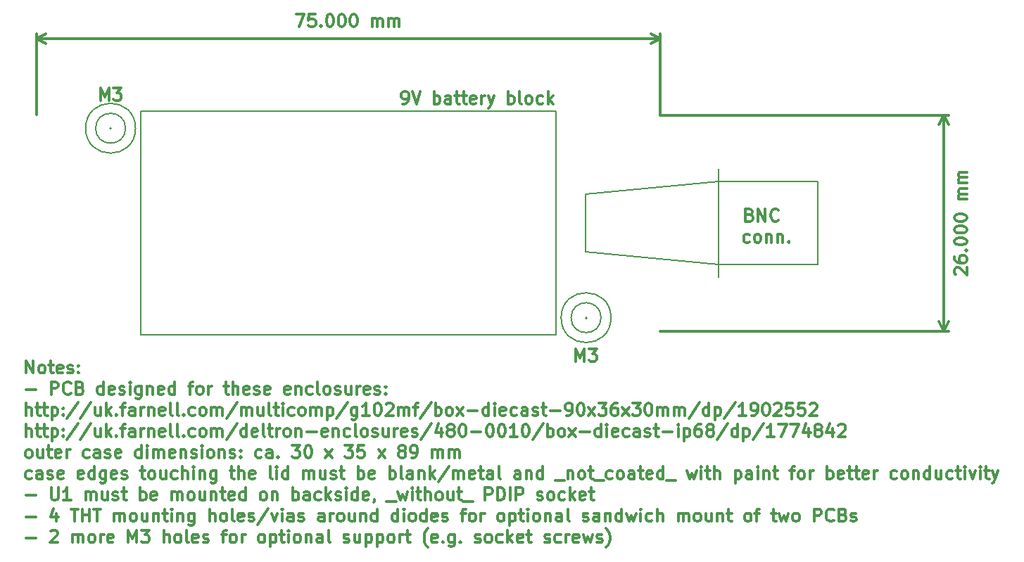
<source format=gbr>
G04 #@! TF.GenerationSoftware,KiCad,Pcbnew,(5.1.2-1)-1*
G04 #@! TF.CreationDate,2019-08-07T19:22:51+02:00*
G04 #@! TF.ProjectId,DIY_detector,4449595f-6465-4746-9563-746f722e6b69,V1.1*
G04 #@! TF.SameCoordinates,Original*
G04 #@! TF.FileFunction,Drawing*
%FSLAX46Y46*%
G04 Gerber Fmt 4.6, Leading zero omitted, Abs format (unit mm)*
G04 Created by KiCad (PCBNEW (5.1.2-1)-1) date 2019-08-07 19:22:51*
%MOMM*%
%LPD*%
G04 APERTURE LIST*
%ADD10C,0.300000*%
%ADD11C,0.200000*%
%ADD12C,0.150000*%
G04 APERTURE END LIST*
D10*
X131214285Y-87378571D02*
X132214285Y-87378571D01*
X131571428Y-88878571D01*
X133500000Y-87378571D02*
X132785714Y-87378571D01*
X132714285Y-88092857D01*
X132785714Y-88021428D01*
X132928571Y-87950000D01*
X133285714Y-87950000D01*
X133428571Y-88021428D01*
X133500000Y-88092857D01*
X133571428Y-88235714D01*
X133571428Y-88592857D01*
X133500000Y-88735714D01*
X133428571Y-88807142D01*
X133285714Y-88878571D01*
X132928571Y-88878571D01*
X132785714Y-88807142D01*
X132714285Y-88735714D01*
X134214285Y-88735714D02*
X134285714Y-88807142D01*
X134214285Y-88878571D01*
X134142857Y-88807142D01*
X134214285Y-88735714D01*
X134214285Y-88878571D01*
X135214285Y-87378571D02*
X135357142Y-87378571D01*
X135500000Y-87450000D01*
X135571428Y-87521428D01*
X135642857Y-87664285D01*
X135714285Y-87950000D01*
X135714285Y-88307142D01*
X135642857Y-88592857D01*
X135571428Y-88735714D01*
X135500000Y-88807142D01*
X135357142Y-88878571D01*
X135214285Y-88878571D01*
X135071428Y-88807142D01*
X135000000Y-88735714D01*
X134928571Y-88592857D01*
X134857142Y-88307142D01*
X134857142Y-87950000D01*
X134928571Y-87664285D01*
X135000000Y-87521428D01*
X135071428Y-87450000D01*
X135214285Y-87378571D01*
X136642857Y-87378571D02*
X136785714Y-87378571D01*
X136928571Y-87450000D01*
X137000000Y-87521428D01*
X137071428Y-87664285D01*
X137142857Y-87950000D01*
X137142857Y-88307142D01*
X137071428Y-88592857D01*
X137000000Y-88735714D01*
X136928571Y-88807142D01*
X136785714Y-88878571D01*
X136642857Y-88878571D01*
X136500000Y-88807142D01*
X136428571Y-88735714D01*
X136357142Y-88592857D01*
X136285714Y-88307142D01*
X136285714Y-87950000D01*
X136357142Y-87664285D01*
X136428571Y-87521428D01*
X136500000Y-87450000D01*
X136642857Y-87378571D01*
X138071428Y-87378571D02*
X138214285Y-87378571D01*
X138357142Y-87450000D01*
X138428571Y-87521428D01*
X138500000Y-87664285D01*
X138571428Y-87950000D01*
X138571428Y-88307142D01*
X138500000Y-88592857D01*
X138428571Y-88735714D01*
X138357142Y-88807142D01*
X138214285Y-88878571D01*
X138071428Y-88878571D01*
X137928571Y-88807142D01*
X137857142Y-88735714D01*
X137785714Y-88592857D01*
X137714285Y-88307142D01*
X137714285Y-87950000D01*
X137785714Y-87664285D01*
X137857142Y-87521428D01*
X137928571Y-87450000D01*
X138071428Y-87378571D01*
X140357142Y-88878571D02*
X140357142Y-87878571D01*
X140357142Y-88021428D02*
X140428571Y-87950000D01*
X140571428Y-87878571D01*
X140785714Y-87878571D01*
X140928571Y-87950000D01*
X141000000Y-88092857D01*
X141000000Y-88878571D01*
X141000000Y-88092857D02*
X141071428Y-87950000D01*
X141214285Y-87878571D01*
X141428571Y-87878571D01*
X141571428Y-87950000D01*
X141642857Y-88092857D01*
X141642857Y-88878571D01*
X142357142Y-88878571D02*
X142357142Y-87878571D01*
X142357142Y-88021428D02*
X142428571Y-87950000D01*
X142571428Y-87878571D01*
X142785714Y-87878571D01*
X142928571Y-87950000D01*
X143000000Y-88092857D01*
X143000000Y-88878571D01*
X143000000Y-88092857D02*
X143071428Y-87950000D01*
X143214285Y-87878571D01*
X143428571Y-87878571D01*
X143571428Y-87950000D01*
X143642857Y-88092857D01*
X143642857Y-88878571D01*
X175000000Y-90300000D02*
X100000000Y-90300000D01*
X175000000Y-99500000D02*
X175000000Y-89713579D01*
X100000000Y-99500000D02*
X100000000Y-89713579D01*
X100000000Y-90300000D02*
X101126504Y-89713579D01*
X100000000Y-90300000D02*
X101126504Y-90886421D01*
X175000000Y-90300000D02*
X173873496Y-89713579D01*
X175000000Y-90300000D02*
X173873496Y-90886421D01*
X210544999Y-118725072D02*
X210473571Y-118653644D01*
X210402142Y-118510787D01*
X210402142Y-118153644D01*
X210473571Y-118010787D01*
X210544999Y-117939358D01*
X210687856Y-117867929D01*
X210830713Y-117867929D01*
X211044999Y-117939358D01*
X211902142Y-118796501D01*
X211902142Y-117867929D01*
X210402142Y-116582215D02*
X210402142Y-116867929D01*
X210473571Y-117010787D01*
X210544999Y-117082215D01*
X210759285Y-117225072D01*
X211044999Y-117296501D01*
X211616428Y-117296501D01*
X211759285Y-117225072D01*
X211830713Y-117153644D01*
X211902142Y-117010787D01*
X211902142Y-116725072D01*
X211830713Y-116582215D01*
X211759285Y-116510787D01*
X211616428Y-116439358D01*
X211259285Y-116439358D01*
X211116428Y-116510787D01*
X211044999Y-116582215D01*
X210973571Y-116725072D01*
X210973571Y-117010787D01*
X211044999Y-117153644D01*
X211116428Y-117225072D01*
X211259285Y-117296501D01*
X211759285Y-115796501D02*
X211830713Y-115725072D01*
X211902142Y-115796501D01*
X211830713Y-115867929D01*
X211759285Y-115796501D01*
X211902142Y-115796501D01*
X210402142Y-114796501D02*
X210402142Y-114653644D01*
X210473571Y-114510787D01*
X210544999Y-114439358D01*
X210687856Y-114367929D01*
X210973571Y-114296501D01*
X211330713Y-114296501D01*
X211616428Y-114367929D01*
X211759285Y-114439358D01*
X211830713Y-114510787D01*
X211902142Y-114653644D01*
X211902142Y-114796501D01*
X211830713Y-114939358D01*
X211759285Y-115010787D01*
X211616428Y-115082215D01*
X211330713Y-115153644D01*
X210973571Y-115153644D01*
X210687856Y-115082215D01*
X210544999Y-115010787D01*
X210473571Y-114939358D01*
X210402142Y-114796501D01*
X210402142Y-113367929D02*
X210402142Y-113225072D01*
X210473571Y-113082215D01*
X210544999Y-113010787D01*
X210687856Y-112939358D01*
X210973571Y-112867929D01*
X211330713Y-112867929D01*
X211616428Y-112939358D01*
X211759285Y-113010787D01*
X211830713Y-113082215D01*
X211902142Y-113225072D01*
X211902142Y-113367929D01*
X211830713Y-113510787D01*
X211759285Y-113582215D01*
X211616428Y-113653644D01*
X211330713Y-113725072D01*
X210973571Y-113725072D01*
X210687856Y-113653644D01*
X210544999Y-113582215D01*
X210473571Y-113510787D01*
X210402142Y-113367929D01*
X210402142Y-111939358D02*
X210402142Y-111796501D01*
X210473571Y-111653644D01*
X210544999Y-111582215D01*
X210687856Y-111510787D01*
X210973571Y-111439358D01*
X211330713Y-111439358D01*
X211616428Y-111510787D01*
X211759285Y-111582215D01*
X211830713Y-111653644D01*
X211902142Y-111796501D01*
X211902142Y-111939358D01*
X211830713Y-112082215D01*
X211759285Y-112153644D01*
X211616428Y-112225072D01*
X211330713Y-112296501D01*
X210973571Y-112296501D01*
X210687856Y-112225072D01*
X210544999Y-112153644D01*
X210473571Y-112082215D01*
X210402142Y-111939358D01*
X211902142Y-109653644D02*
X210902142Y-109653644D01*
X211044999Y-109653644D02*
X210973571Y-109582215D01*
X210902142Y-109439358D01*
X210902142Y-109225072D01*
X210973571Y-109082215D01*
X211116428Y-109010787D01*
X211902142Y-109010787D01*
X211116428Y-109010787D02*
X210973571Y-108939358D01*
X210902142Y-108796501D01*
X210902142Y-108582215D01*
X210973571Y-108439358D01*
X211116428Y-108367929D01*
X211902142Y-108367929D01*
X211902142Y-107653644D02*
X210902142Y-107653644D01*
X211044999Y-107653644D02*
X210973571Y-107582215D01*
X210902142Y-107439358D01*
X210902142Y-107225072D01*
X210973571Y-107082215D01*
X211116428Y-107010787D01*
X211902142Y-107010787D01*
X211116428Y-107010787D02*
X210973571Y-106939358D01*
X210902142Y-106796501D01*
X210902142Y-106582215D01*
X210973571Y-106439358D01*
X211116428Y-106367929D01*
X211902142Y-106367929D01*
X209123571Y-125510787D02*
X209123571Y-99510787D01*
X175023571Y-125510787D02*
X209709992Y-125510787D01*
X175023571Y-99510787D02*
X209709992Y-99510787D01*
X209123571Y-99510787D02*
X209709992Y-100637291D01*
X209123571Y-99510787D02*
X208537150Y-100637291D01*
X209123571Y-125510787D02*
X209709992Y-124384283D01*
X209123571Y-125510787D02*
X208537150Y-124384283D01*
D11*
X169100000Y-123900000D02*
G75*
G03X169100000Y-123900000I-3000000J0D01*
G01*
X111900000Y-101100000D02*
G75*
G03X111900000Y-101100000I-3000000J0D01*
G01*
D12*
X108800000Y-101100000D02*
X109000000Y-101100000D01*
X108900000Y-101000000D02*
X108900000Y-101200000D01*
D10*
X107685714Y-97778571D02*
X107685714Y-96278571D01*
X108185714Y-97350000D01*
X108685714Y-96278571D01*
X108685714Y-97778571D01*
X109257142Y-96278571D02*
X110185714Y-96278571D01*
X109685714Y-96850000D01*
X109900000Y-96850000D01*
X110042857Y-96921428D01*
X110114285Y-96992857D01*
X110185714Y-97135714D01*
X110185714Y-97492857D01*
X110114285Y-97635714D01*
X110042857Y-97707142D01*
X109900000Y-97778571D01*
X109471428Y-97778571D01*
X109328571Y-97707142D01*
X109257142Y-97635714D01*
X164885714Y-129178571D02*
X164885714Y-127678571D01*
X165385714Y-128750000D01*
X165885714Y-127678571D01*
X165885714Y-129178571D01*
X166457142Y-127678571D02*
X167385714Y-127678571D01*
X166885714Y-128250000D01*
X167100000Y-128250000D01*
X167242857Y-128321428D01*
X167314285Y-128392857D01*
X167385714Y-128535714D01*
X167385714Y-128892857D01*
X167314285Y-129035714D01*
X167242857Y-129107142D01*
X167100000Y-129178571D01*
X166671428Y-129178571D01*
X166528571Y-129107142D01*
X166457142Y-129035714D01*
D12*
X166000000Y-123900000D02*
X166200000Y-123900000D01*
X166100000Y-123800000D02*
X166100000Y-124000000D01*
D11*
X167900000Y-123900000D02*
G75*
G03X167900000Y-123900000I-1800000J0D01*
G01*
X110700000Y-101100000D02*
G75*
G03X110700000Y-101100000I-1800000J0D01*
G01*
D10*
X144035714Y-98178571D02*
X144321428Y-98178571D01*
X144464285Y-98107142D01*
X144535714Y-98035714D01*
X144678571Y-97821428D01*
X144750000Y-97535714D01*
X144750000Y-96964285D01*
X144678571Y-96821428D01*
X144607142Y-96750000D01*
X144464285Y-96678571D01*
X144178571Y-96678571D01*
X144035714Y-96750000D01*
X143964285Y-96821428D01*
X143892857Y-96964285D01*
X143892857Y-97321428D01*
X143964285Y-97464285D01*
X144035714Y-97535714D01*
X144178571Y-97607142D01*
X144464285Y-97607142D01*
X144607142Y-97535714D01*
X144678571Y-97464285D01*
X144750000Y-97321428D01*
X145178571Y-96678571D02*
X145678571Y-98178571D01*
X146178571Y-96678571D01*
X147821428Y-98178571D02*
X147821428Y-96678571D01*
X147821428Y-97250000D02*
X147964285Y-97178571D01*
X148250000Y-97178571D01*
X148392857Y-97250000D01*
X148464285Y-97321428D01*
X148535714Y-97464285D01*
X148535714Y-97892857D01*
X148464285Y-98035714D01*
X148392857Y-98107142D01*
X148250000Y-98178571D01*
X147964285Y-98178571D01*
X147821428Y-98107142D01*
X149821428Y-98178571D02*
X149821428Y-97392857D01*
X149750000Y-97250000D01*
X149607142Y-97178571D01*
X149321428Y-97178571D01*
X149178571Y-97250000D01*
X149821428Y-98107142D02*
X149678571Y-98178571D01*
X149321428Y-98178571D01*
X149178571Y-98107142D01*
X149107142Y-97964285D01*
X149107142Y-97821428D01*
X149178571Y-97678571D01*
X149321428Y-97607142D01*
X149678571Y-97607142D01*
X149821428Y-97535714D01*
X150321428Y-97178571D02*
X150892857Y-97178571D01*
X150535714Y-96678571D02*
X150535714Y-97964285D01*
X150607142Y-98107142D01*
X150750000Y-98178571D01*
X150892857Y-98178571D01*
X151178571Y-97178571D02*
X151750000Y-97178571D01*
X151392857Y-96678571D02*
X151392857Y-97964285D01*
X151464285Y-98107142D01*
X151607142Y-98178571D01*
X151750000Y-98178571D01*
X152821428Y-98107142D02*
X152678571Y-98178571D01*
X152392857Y-98178571D01*
X152250000Y-98107142D01*
X152178571Y-97964285D01*
X152178571Y-97392857D01*
X152250000Y-97250000D01*
X152392857Y-97178571D01*
X152678571Y-97178571D01*
X152821428Y-97250000D01*
X152892857Y-97392857D01*
X152892857Y-97535714D01*
X152178571Y-97678571D01*
X153535714Y-98178571D02*
X153535714Y-97178571D01*
X153535714Y-97464285D02*
X153607142Y-97321428D01*
X153678571Y-97250000D01*
X153821428Y-97178571D01*
X153964285Y-97178571D01*
X154321428Y-97178571D02*
X154678571Y-98178571D01*
X155035714Y-97178571D02*
X154678571Y-98178571D01*
X154535714Y-98535714D01*
X154464285Y-98607142D01*
X154321428Y-98678571D01*
X156750000Y-98178571D02*
X156750000Y-96678571D01*
X156750000Y-97250000D02*
X156892857Y-97178571D01*
X157178571Y-97178571D01*
X157321428Y-97250000D01*
X157392857Y-97321428D01*
X157464285Y-97464285D01*
X157464285Y-97892857D01*
X157392857Y-98035714D01*
X157321428Y-98107142D01*
X157178571Y-98178571D01*
X156892857Y-98178571D01*
X156750000Y-98107142D01*
X158321428Y-98178571D02*
X158178571Y-98107142D01*
X158107142Y-97964285D01*
X158107142Y-96678571D01*
X159107142Y-98178571D02*
X158964285Y-98107142D01*
X158892857Y-98035714D01*
X158821428Y-97892857D01*
X158821428Y-97464285D01*
X158892857Y-97321428D01*
X158964285Y-97250000D01*
X159107142Y-97178571D01*
X159321428Y-97178571D01*
X159464285Y-97250000D01*
X159535714Y-97321428D01*
X159607142Y-97464285D01*
X159607142Y-97892857D01*
X159535714Y-98035714D01*
X159464285Y-98107142D01*
X159321428Y-98178571D01*
X159107142Y-98178571D01*
X160892857Y-98107142D02*
X160750000Y-98178571D01*
X160464285Y-98178571D01*
X160321428Y-98107142D01*
X160250000Y-98035714D01*
X160178571Y-97892857D01*
X160178571Y-97464285D01*
X160250000Y-97321428D01*
X160321428Y-97250000D01*
X160464285Y-97178571D01*
X160750000Y-97178571D01*
X160892857Y-97250000D01*
X161535714Y-98178571D02*
X161535714Y-96678571D01*
X161678571Y-97607142D02*
X162107142Y-98178571D01*
X162107142Y-97178571D02*
X161535714Y-97750000D01*
D11*
X162500000Y-99000000D02*
X112500000Y-99000000D01*
X162500000Y-126000000D02*
X162500000Y-99000000D01*
X112500000Y-126000000D02*
X162500000Y-126000000D01*
X112500000Y-126000000D02*
X112500000Y-99000000D01*
D10*
X185800000Y-111517857D02*
X186014285Y-111589285D01*
X186085714Y-111660714D01*
X186157142Y-111803571D01*
X186157142Y-112017857D01*
X186085714Y-112160714D01*
X186014285Y-112232142D01*
X185871428Y-112303571D01*
X185300000Y-112303571D01*
X185300000Y-110803571D01*
X185800000Y-110803571D01*
X185942857Y-110875000D01*
X186014285Y-110946428D01*
X186085714Y-111089285D01*
X186085714Y-111232142D01*
X186014285Y-111375000D01*
X185942857Y-111446428D01*
X185800000Y-111517857D01*
X185300000Y-111517857D01*
X186800000Y-112303571D02*
X186800000Y-110803571D01*
X187657142Y-112303571D01*
X187657142Y-110803571D01*
X189228571Y-112160714D02*
X189157142Y-112232142D01*
X188942857Y-112303571D01*
X188800000Y-112303571D01*
X188585714Y-112232142D01*
X188442857Y-112089285D01*
X188371428Y-111946428D01*
X188300000Y-111660714D01*
X188300000Y-111446428D01*
X188371428Y-111160714D01*
X188442857Y-111017857D01*
X188585714Y-110875000D01*
X188800000Y-110803571D01*
X188942857Y-110803571D01*
X189157142Y-110875000D01*
X189228571Y-110946428D01*
X185764285Y-114782142D02*
X185621428Y-114853571D01*
X185335714Y-114853571D01*
X185192857Y-114782142D01*
X185121428Y-114710714D01*
X185050000Y-114567857D01*
X185050000Y-114139285D01*
X185121428Y-113996428D01*
X185192857Y-113925000D01*
X185335714Y-113853571D01*
X185621428Y-113853571D01*
X185764285Y-113925000D01*
X186621428Y-114853571D02*
X186478571Y-114782142D01*
X186407142Y-114710714D01*
X186335714Y-114567857D01*
X186335714Y-114139285D01*
X186407142Y-113996428D01*
X186478571Y-113925000D01*
X186621428Y-113853571D01*
X186835714Y-113853571D01*
X186978571Y-113925000D01*
X187050000Y-113996428D01*
X187121428Y-114139285D01*
X187121428Y-114567857D01*
X187050000Y-114710714D01*
X186978571Y-114782142D01*
X186835714Y-114853571D01*
X186621428Y-114853571D01*
X187764285Y-113853571D02*
X187764285Y-114853571D01*
X187764285Y-113996428D02*
X187835714Y-113925000D01*
X187978571Y-113853571D01*
X188192857Y-113853571D01*
X188335714Y-113925000D01*
X188407142Y-114067857D01*
X188407142Y-114853571D01*
X189121428Y-113853571D02*
X189121428Y-114853571D01*
X189121428Y-113996428D02*
X189192857Y-113925000D01*
X189335714Y-113853571D01*
X189550000Y-113853571D01*
X189692857Y-113925000D01*
X189764285Y-114067857D01*
X189764285Y-114853571D01*
X190478571Y-114710714D02*
X190550000Y-114782142D01*
X190478571Y-114853571D01*
X190407142Y-114782142D01*
X190478571Y-114710714D01*
X190478571Y-114853571D01*
D11*
X182000000Y-106000000D02*
X182000000Y-119000000D01*
X194000000Y-117500000D02*
X182000000Y-117500000D01*
X194000000Y-107500000D02*
X194000000Y-117500000D01*
X182000000Y-107500000D02*
X194000000Y-107500000D01*
X166000000Y-109000000D02*
X182000000Y-107500000D01*
X166000000Y-116000000D02*
X166000000Y-109000000D01*
X182000000Y-117500000D02*
X166000000Y-116000000D01*
D10*
X98752142Y-130578571D02*
X98752142Y-129078571D01*
X99609285Y-130578571D01*
X99609285Y-129078571D01*
X100537857Y-130578571D02*
X100395000Y-130507142D01*
X100323571Y-130435714D01*
X100252142Y-130292857D01*
X100252142Y-129864285D01*
X100323571Y-129721428D01*
X100395000Y-129650000D01*
X100537857Y-129578571D01*
X100752142Y-129578571D01*
X100895000Y-129650000D01*
X100966428Y-129721428D01*
X101037857Y-129864285D01*
X101037857Y-130292857D01*
X100966428Y-130435714D01*
X100895000Y-130507142D01*
X100752142Y-130578571D01*
X100537857Y-130578571D01*
X101466428Y-129578571D02*
X102037857Y-129578571D01*
X101680714Y-129078571D02*
X101680714Y-130364285D01*
X101752142Y-130507142D01*
X101895000Y-130578571D01*
X102037857Y-130578571D01*
X103109285Y-130507142D02*
X102966428Y-130578571D01*
X102680714Y-130578571D01*
X102537857Y-130507142D01*
X102466428Y-130364285D01*
X102466428Y-129792857D01*
X102537857Y-129650000D01*
X102680714Y-129578571D01*
X102966428Y-129578571D01*
X103109285Y-129650000D01*
X103180714Y-129792857D01*
X103180714Y-129935714D01*
X102466428Y-130078571D01*
X103752142Y-130507142D02*
X103895000Y-130578571D01*
X104180714Y-130578571D01*
X104323571Y-130507142D01*
X104395000Y-130364285D01*
X104395000Y-130292857D01*
X104323571Y-130150000D01*
X104180714Y-130078571D01*
X103966428Y-130078571D01*
X103823571Y-130007142D01*
X103752142Y-129864285D01*
X103752142Y-129792857D01*
X103823571Y-129650000D01*
X103966428Y-129578571D01*
X104180714Y-129578571D01*
X104323571Y-129650000D01*
X105037857Y-130435714D02*
X105109285Y-130507142D01*
X105037857Y-130578571D01*
X104966428Y-130507142D01*
X105037857Y-130435714D01*
X105037857Y-130578571D01*
X105037857Y-129650000D02*
X105109285Y-129721428D01*
X105037857Y-129792857D01*
X104966428Y-129721428D01*
X105037857Y-129650000D01*
X105037857Y-129792857D01*
X98752142Y-132557142D02*
X99895000Y-132557142D01*
X101752142Y-133128571D02*
X101752142Y-131628571D01*
X102323571Y-131628571D01*
X102466428Y-131700000D01*
X102537857Y-131771428D01*
X102609285Y-131914285D01*
X102609285Y-132128571D01*
X102537857Y-132271428D01*
X102466428Y-132342857D01*
X102323571Y-132414285D01*
X101752142Y-132414285D01*
X104109285Y-132985714D02*
X104037857Y-133057142D01*
X103823571Y-133128571D01*
X103680714Y-133128571D01*
X103466428Y-133057142D01*
X103323571Y-132914285D01*
X103252142Y-132771428D01*
X103180714Y-132485714D01*
X103180714Y-132271428D01*
X103252142Y-131985714D01*
X103323571Y-131842857D01*
X103466428Y-131700000D01*
X103680714Y-131628571D01*
X103823571Y-131628571D01*
X104037857Y-131700000D01*
X104109285Y-131771428D01*
X105252142Y-132342857D02*
X105466428Y-132414285D01*
X105537857Y-132485714D01*
X105609285Y-132628571D01*
X105609285Y-132842857D01*
X105537857Y-132985714D01*
X105466428Y-133057142D01*
X105323571Y-133128571D01*
X104752142Y-133128571D01*
X104752142Y-131628571D01*
X105252142Y-131628571D01*
X105395000Y-131700000D01*
X105466428Y-131771428D01*
X105537857Y-131914285D01*
X105537857Y-132057142D01*
X105466428Y-132200000D01*
X105395000Y-132271428D01*
X105252142Y-132342857D01*
X104752142Y-132342857D01*
X108037857Y-133128571D02*
X108037857Y-131628571D01*
X108037857Y-133057142D02*
X107895000Y-133128571D01*
X107609285Y-133128571D01*
X107466428Y-133057142D01*
X107395000Y-132985714D01*
X107323571Y-132842857D01*
X107323571Y-132414285D01*
X107395000Y-132271428D01*
X107466428Y-132200000D01*
X107609285Y-132128571D01*
X107895000Y-132128571D01*
X108037857Y-132200000D01*
X109323571Y-133057142D02*
X109180714Y-133128571D01*
X108895000Y-133128571D01*
X108752142Y-133057142D01*
X108680714Y-132914285D01*
X108680714Y-132342857D01*
X108752142Y-132200000D01*
X108895000Y-132128571D01*
X109180714Y-132128571D01*
X109323571Y-132200000D01*
X109395000Y-132342857D01*
X109395000Y-132485714D01*
X108680714Y-132628571D01*
X109966428Y-133057142D02*
X110109285Y-133128571D01*
X110395000Y-133128571D01*
X110537857Y-133057142D01*
X110609285Y-132914285D01*
X110609285Y-132842857D01*
X110537857Y-132700000D01*
X110395000Y-132628571D01*
X110180714Y-132628571D01*
X110037857Y-132557142D01*
X109966428Y-132414285D01*
X109966428Y-132342857D01*
X110037857Y-132200000D01*
X110180714Y-132128571D01*
X110395000Y-132128571D01*
X110537857Y-132200000D01*
X111252142Y-133128571D02*
X111252142Y-132128571D01*
X111252142Y-131628571D02*
X111180714Y-131700000D01*
X111252142Y-131771428D01*
X111323571Y-131700000D01*
X111252142Y-131628571D01*
X111252142Y-131771428D01*
X112609285Y-132128571D02*
X112609285Y-133342857D01*
X112537857Y-133485714D01*
X112466428Y-133557142D01*
X112323571Y-133628571D01*
X112109285Y-133628571D01*
X111966428Y-133557142D01*
X112609285Y-133057142D02*
X112466428Y-133128571D01*
X112180714Y-133128571D01*
X112037857Y-133057142D01*
X111966428Y-132985714D01*
X111895000Y-132842857D01*
X111895000Y-132414285D01*
X111966428Y-132271428D01*
X112037857Y-132200000D01*
X112180714Y-132128571D01*
X112466428Y-132128571D01*
X112609285Y-132200000D01*
X113323571Y-132128571D02*
X113323571Y-133128571D01*
X113323571Y-132271428D02*
X113395000Y-132200000D01*
X113537857Y-132128571D01*
X113752142Y-132128571D01*
X113895000Y-132200000D01*
X113966428Y-132342857D01*
X113966428Y-133128571D01*
X115252142Y-133057142D02*
X115109285Y-133128571D01*
X114823571Y-133128571D01*
X114680714Y-133057142D01*
X114609285Y-132914285D01*
X114609285Y-132342857D01*
X114680714Y-132200000D01*
X114823571Y-132128571D01*
X115109285Y-132128571D01*
X115252142Y-132200000D01*
X115323571Y-132342857D01*
X115323571Y-132485714D01*
X114609285Y-132628571D01*
X116609285Y-133128571D02*
X116609285Y-131628571D01*
X116609285Y-133057142D02*
X116466428Y-133128571D01*
X116180714Y-133128571D01*
X116037857Y-133057142D01*
X115966428Y-132985714D01*
X115895000Y-132842857D01*
X115895000Y-132414285D01*
X115966428Y-132271428D01*
X116037857Y-132200000D01*
X116180714Y-132128571D01*
X116466428Y-132128571D01*
X116609285Y-132200000D01*
X118252142Y-132128571D02*
X118823571Y-132128571D01*
X118466428Y-133128571D02*
X118466428Y-131842857D01*
X118537857Y-131700000D01*
X118680714Y-131628571D01*
X118823571Y-131628571D01*
X119537857Y-133128571D02*
X119395000Y-133057142D01*
X119323571Y-132985714D01*
X119252142Y-132842857D01*
X119252142Y-132414285D01*
X119323571Y-132271428D01*
X119395000Y-132200000D01*
X119537857Y-132128571D01*
X119752142Y-132128571D01*
X119895000Y-132200000D01*
X119966428Y-132271428D01*
X120037857Y-132414285D01*
X120037857Y-132842857D01*
X119966428Y-132985714D01*
X119895000Y-133057142D01*
X119752142Y-133128571D01*
X119537857Y-133128571D01*
X120680714Y-133128571D02*
X120680714Y-132128571D01*
X120680714Y-132414285D02*
X120752142Y-132271428D01*
X120823571Y-132200000D01*
X120966428Y-132128571D01*
X121109285Y-132128571D01*
X122537857Y-132128571D02*
X123109285Y-132128571D01*
X122752142Y-131628571D02*
X122752142Y-132914285D01*
X122823571Y-133057142D01*
X122966428Y-133128571D01*
X123109285Y-133128571D01*
X123609285Y-133128571D02*
X123609285Y-131628571D01*
X124252142Y-133128571D02*
X124252142Y-132342857D01*
X124180714Y-132200000D01*
X124037857Y-132128571D01*
X123823571Y-132128571D01*
X123680714Y-132200000D01*
X123609285Y-132271428D01*
X125537857Y-133057142D02*
X125395000Y-133128571D01*
X125109285Y-133128571D01*
X124966428Y-133057142D01*
X124895000Y-132914285D01*
X124895000Y-132342857D01*
X124966428Y-132200000D01*
X125109285Y-132128571D01*
X125395000Y-132128571D01*
X125537857Y-132200000D01*
X125609285Y-132342857D01*
X125609285Y-132485714D01*
X124895000Y-132628571D01*
X126180714Y-133057142D02*
X126323571Y-133128571D01*
X126609285Y-133128571D01*
X126752142Y-133057142D01*
X126823571Y-132914285D01*
X126823571Y-132842857D01*
X126752142Y-132700000D01*
X126609285Y-132628571D01*
X126395000Y-132628571D01*
X126252142Y-132557142D01*
X126180714Y-132414285D01*
X126180714Y-132342857D01*
X126252142Y-132200000D01*
X126395000Y-132128571D01*
X126609285Y-132128571D01*
X126752142Y-132200000D01*
X128037857Y-133057142D02*
X127895000Y-133128571D01*
X127609285Y-133128571D01*
X127466428Y-133057142D01*
X127395000Y-132914285D01*
X127395000Y-132342857D01*
X127466428Y-132200000D01*
X127609285Y-132128571D01*
X127895000Y-132128571D01*
X128037857Y-132200000D01*
X128109285Y-132342857D01*
X128109285Y-132485714D01*
X127395000Y-132628571D01*
X130466428Y-133057142D02*
X130323571Y-133128571D01*
X130037857Y-133128571D01*
X129895000Y-133057142D01*
X129823571Y-132914285D01*
X129823571Y-132342857D01*
X129895000Y-132200000D01*
X130037857Y-132128571D01*
X130323571Y-132128571D01*
X130466428Y-132200000D01*
X130537857Y-132342857D01*
X130537857Y-132485714D01*
X129823571Y-132628571D01*
X131180714Y-132128571D02*
X131180714Y-133128571D01*
X131180714Y-132271428D02*
X131252142Y-132200000D01*
X131395000Y-132128571D01*
X131609285Y-132128571D01*
X131752142Y-132200000D01*
X131823571Y-132342857D01*
X131823571Y-133128571D01*
X133180714Y-133057142D02*
X133037857Y-133128571D01*
X132752142Y-133128571D01*
X132609285Y-133057142D01*
X132537857Y-132985714D01*
X132466428Y-132842857D01*
X132466428Y-132414285D01*
X132537857Y-132271428D01*
X132609285Y-132200000D01*
X132752142Y-132128571D01*
X133037857Y-132128571D01*
X133180714Y-132200000D01*
X134037857Y-133128571D02*
X133895000Y-133057142D01*
X133823571Y-132914285D01*
X133823571Y-131628571D01*
X134823571Y-133128571D02*
X134680714Y-133057142D01*
X134609285Y-132985714D01*
X134537857Y-132842857D01*
X134537857Y-132414285D01*
X134609285Y-132271428D01*
X134680714Y-132200000D01*
X134823571Y-132128571D01*
X135037857Y-132128571D01*
X135180714Y-132200000D01*
X135252142Y-132271428D01*
X135323571Y-132414285D01*
X135323571Y-132842857D01*
X135252142Y-132985714D01*
X135180714Y-133057142D01*
X135037857Y-133128571D01*
X134823571Y-133128571D01*
X135895000Y-133057142D02*
X136037857Y-133128571D01*
X136323571Y-133128571D01*
X136466428Y-133057142D01*
X136537857Y-132914285D01*
X136537857Y-132842857D01*
X136466428Y-132700000D01*
X136323571Y-132628571D01*
X136109285Y-132628571D01*
X135966428Y-132557142D01*
X135895000Y-132414285D01*
X135895000Y-132342857D01*
X135966428Y-132200000D01*
X136109285Y-132128571D01*
X136323571Y-132128571D01*
X136466428Y-132200000D01*
X137823571Y-132128571D02*
X137823571Y-133128571D01*
X137180714Y-132128571D02*
X137180714Y-132914285D01*
X137252142Y-133057142D01*
X137395000Y-133128571D01*
X137609285Y-133128571D01*
X137752142Y-133057142D01*
X137823571Y-132985714D01*
X138537857Y-133128571D02*
X138537857Y-132128571D01*
X138537857Y-132414285D02*
X138609285Y-132271428D01*
X138680714Y-132200000D01*
X138823571Y-132128571D01*
X138966428Y-132128571D01*
X140037857Y-133057142D02*
X139895000Y-133128571D01*
X139609285Y-133128571D01*
X139466428Y-133057142D01*
X139395000Y-132914285D01*
X139395000Y-132342857D01*
X139466428Y-132200000D01*
X139609285Y-132128571D01*
X139895000Y-132128571D01*
X140037857Y-132200000D01*
X140109285Y-132342857D01*
X140109285Y-132485714D01*
X139395000Y-132628571D01*
X140680714Y-133057142D02*
X140823571Y-133128571D01*
X141109285Y-133128571D01*
X141252142Y-133057142D01*
X141323571Y-132914285D01*
X141323571Y-132842857D01*
X141252142Y-132700000D01*
X141109285Y-132628571D01*
X140895000Y-132628571D01*
X140752142Y-132557142D01*
X140680714Y-132414285D01*
X140680714Y-132342857D01*
X140752142Y-132200000D01*
X140895000Y-132128571D01*
X141109285Y-132128571D01*
X141252142Y-132200000D01*
X141966428Y-132985714D02*
X142037857Y-133057142D01*
X141966428Y-133128571D01*
X141895000Y-133057142D01*
X141966428Y-132985714D01*
X141966428Y-133128571D01*
X141966428Y-132200000D02*
X142037857Y-132271428D01*
X141966428Y-132342857D01*
X141895000Y-132271428D01*
X141966428Y-132200000D01*
X141966428Y-132342857D01*
X98752142Y-135678571D02*
X98752142Y-134178571D01*
X99395000Y-135678571D02*
X99395000Y-134892857D01*
X99323571Y-134750000D01*
X99180714Y-134678571D01*
X98966428Y-134678571D01*
X98823571Y-134750000D01*
X98752142Y-134821428D01*
X99895000Y-134678571D02*
X100466428Y-134678571D01*
X100109285Y-134178571D02*
X100109285Y-135464285D01*
X100180714Y-135607142D01*
X100323571Y-135678571D01*
X100466428Y-135678571D01*
X100752142Y-134678571D02*
X101323571Y-134678571D01*
X100966428Y-134178571D02*
X100966428Y-135464285D01*
X101037857Y-135607142D01*
X101180714Y-135678571D01*
X101323571Y-135678571D01*
X101823571Y-134678571D02*
X101823571Y-136178571D01*
X101823571Y-134750000D02*
X101966428Y-134678571D01*
X102252142Y-134678571D01*
X102395000Y-134750000D01*
X102466428Y-134821428D01*
X102537857Y-134964285D01*
X102537857Y-135392857D01*
X102466428Y-135535714D01*
X102395000Y-135607142D01*
X102252142Y-135678571D01*
X101966428Y-135678571D01*
X101823571Y-135607142D01*
X103180714Y-135535714D02*
X103252142Y-135607142D01*
X103180714Y-135678571D01*
X103109285Y-135607142D01*
X103180714Y-135535714D01*
X103180714Y-135678571D01*
X103180714Y-134750000D02*
X103252142Y-134821428D01*
X103180714Y-134892857D01*
X103109285Y-134821428D01*
X103180714Y-134750000D01*
X103180714Y-134892857D01*
X104966428Y-134107142D02*
X103680714Y-136035714D01*
X106537857Y-134107142D02*
X105252142Y-136035714D01*
X107680714Y-134678571D02*
X107680714Y-135678571D01*
X107037857Y-134678571D02*
X107037857Y-135464285D01*
X107109285Y-135607142D01*
X107252142Y-135678571D01*
X107466428Y-135678571D01*
X107609285Y-135607142D01*
X107680714Y-135535714D01*
X108395000Y-135678571D02*
X108395000Y-134178571D01*
X108537857Y-135107142D02*
X108966428Y-135678571D01*
X108966428Y-134678571D02*
X108395000Y-135250000D01*
X109609285Y-135535714D02*
X109680714Y-135607142D01*
X109609285Y-135678571D01*
X109537857Y-135607142D01*
X109609285Y-135535714D01*
X109609285Y-135678571D01*
X110109285Y-134678571D02*
X110680714Y-134678571D01*
X110323571Y-135678571D02*
X110323571Y-134392857D01*
X110395000Y-134250000D01*
X110537857Y-134178571D01*
X110680714Y-134178571D01*
X111823571Y-135678571D02*
X111823571Y-134892857D01*
X111752142Y-134750000D01*
X111609285Y-134678571D01*
X111323571Y-134678571D01*
X111180714Y-134750000D01*
X111823571Y-135607142D02*
X111680714Y-135678571D01*
X111323571Y-135678571D01*
X111180714Y-135607142D01*
X111109285Y-135464285D01*
X111109285Y-135321428D01*
X111180714Y-135178571D01*
X111323571Y-135107142D01*
X111680714Y-135107142D01*
X111823571Y-135035714D01*
X112537857Y-135678571D02*
X112537857Y-134678571D01*
X112537857Y-134964285D02*
X112609285Y-134821428D01*
X112680714Y-134750000D01*
X112823571Y-134678571D01*
X112966428Y-134678571D01*
X113466428Y-134678571D02*
X113466428Y-135678571D01*
X113466428Y-134821428D02*
X113537857Y-134750000D01*
X113680714Y-134678571D01*
X113895000Y-134678571D01*
X114037857Y-134750000D01*
X114109285Y-134892857D01*
X114109285Y-135678571D01*
X115395000Y-135607142D02*
X115252142Y-135678571D01*
X114966428Y-135678571D01*
X114823571Y-135607142D01*
X114752142Y-135464285D01*
X114752142Y-134892857D01*
X114823571Y-134750000D01*
X114966428Y-134678571D01*
X115252142Y-134678571D01*
X115395000Y-134750000D01*
X115466428Y-134892857D01*
X115466428Y-135035714D01*
X114752142Y-135178571D01*
X116323571Y-135678571D02*
X116180714Y-135607142D01*
X116109285Y-135464285D01*
X116109285Y-134178571D01*
X117109285Y-135678571D02*
X116966428Y-135607142D01*
X116895000Y-135464285D01*
X116895000Y-134178571D01*
X117680714Y-135535714D02*
X117752142Y-135607142D01*
X117680714Y-135678571D01*
X117609285Y-135607142D01*
X117680714Y-135535714D01*
X117680714Y-135678571D01*
X119037857Y-135607142D02*
X118895000Y-135678571D01*
X118609285Y-135678571D01*
X118466428Y-135607142D01*
X118395000Y-135535714D01*
X118323571Y-135392857D01*
X118323571Y-134964285D01*
X118395000Y-134821428D01*
X118466428Y-134750000D01*
X118609285Y-134678571D01*
X118895000Y-134678571D01*
X119037857Y-134750000D01*
X119895000Y-135678571D02*
X119752142Y-135607142D01*
X119680714Y-135535714D01*
X119609285Y-135392857D01*
X119609285Y-134964285D01*
X119680714Y-134821428D01*
X119752142Y-134750000D01*
X119895000Y-134678571D01*
X120109285Y-134678571D01*
X120252142Y-134750000D01*
X120323571Y-134821428D01*
X120395000Y-134964285D01*
X120395000Y-135392857D01*
X120323571Y-135535714D01*
X120252142Y-135607142D01*
X120109285Y-135678571D01*
X119895000Y-135678571D01*
X121037857Y-135678571D02*
X121037857Y-134678571D01*
X121037857Y-134821428D02*
X121109285Y-134750000D01*
X121252142Y-134678571D01*
X121466428Y-134678571D01*
X121609285Y-134750000D01*
X121680714Y-134892857D01*
X121680714Y-135678571D01*
X121680714Y-134892857D02*
X121752142Y-134750000D01*
X121895000Y-134678571D01*
X122109285Y-134678571D01*
X122252142Y-134750000D01*
X122323571Y-134892857D01*
X122323571Y-135678571D01*
X124109285Y-134107142D02*
X122823571Y-136035714D01*
X124609285Y-135678571D02*
X124609285Y-134678571D01*
X124609285Y-134821428D02*
X124680714Y-134750000D01*
X124823571Y-134678571D01*
X125037857Y-134678571D01*
X125180714Y-134750000D01*
X125252142Y-134892857D01*
X125252142Y-135678571D01*
X125252142Y-134892857D02*
X125323571Y-134750000D01*
X125466428Y-134678571D01*
X125680714Y-134678571D01*
X125823571Y-134750000D01*
X125895000Y-134892857D01*
X125895000Y-135678571D01*
X127252142Y-134678571D02*
X127252142Y-135678571D01*
X126609285Y-134678571D02*
X126609285Y-135464285D01*
X126680714Y-135607142D01*
X126823571Y-135678571D01*
X127037857Y-135678571D01*
X127180714Y-135607142D01*
X127252142Y-135535714D01*
X128180714Y-135678571D02*
X128037857Y-135607142D01*
X127966428Y-135464285D01*
X127966428Y-134178571D01*
X128537857Y-134678571D02*
X129109285Y-134678571D01*
X128752142Y-134178571D02*
X128752142Y-135464285D01*
X128823571Y-135607142D01*
X128966428Y-135678571D01*
X129109285Y-135678571D01*
X129609285Y-135678571D02*
X129609285Y-134678571D01*
X129609285Y-134178571D02*
X129537857Y-134250000D01*
X129609285Y-134321428D01*
X129680714Y-134250000D01*
X129609285Y-134178571D01*
X129609285Y-134321428D01*
X130966428Y-135607142D02*
X130823571Y-135678571D01*
X130537857Y-135678571D01*
X130395000Y-135607142D01*
X130323571Y-135535714D01*
X130252142Y-135392857D01*
X130252142Y-134964285D01*
X130323571Y-134821428D01*
X130395000Y-134750000D01*
X130537857Y-134678571D01*
X130823571Y-134678571D01*
X130966428Y-134750000D01*
X131823571Y-135678571D02*
X131680714Y-135607142D01*
X131609285Y-135535714D01*
X131537857Y-135392857D01*
X131537857Y-134964285D01*
X131609285Y-134821428D01*
X131680714Y-134750000D01*
X131823571Y-134678571D01*
X132037857Y-134678571D01*
X132180714Y-134750000D01*
X132252142Y-134821428D01*
X132323571Y-134964285D01*
X132323571Y-135392857D01*
X132252142Y-135535714D01*
X132180714Y-135607142D01*
X132037857Y-135678571D01*
X131823571Y-135678571D01*
X132966428Y-135678571D02*
X132966428Y-134678571D01*
X132966428Y-134821428D02*
X133037857Y-134750000D01*
X133180714Y-134678571D01*
X133395000Y-134678571D01*
X133537857Y-134750000D01*
X133609285Y-134892857D01*
X133609285Y-135678571D01*
X133609285Y-134892857D02*
X133680714Y-134750000D01*
X133823571Y-134678571D01*
X134037857Y-134678571D01*
X134180714Y-134750000D01*
X134252142Y-134892857D01*
X134252142Y-135678571D01*
X134966428Y-134678571D02*
X134966428Y-136178571D01*
X134966428Y-134750000D02*
X135109285Y-134678571D01*
X135395000Y-134678571D01*
X135537857Y-134750000D01*
X135609285Y-134821428D01*
X135680714Y-134964285D01*
X135680714Y-135392857D01*
X135609285Y-135535714D01*
X135537857Y-135607142D01*
X135395000Y-135678571D01*
X135109285Y-135678571D01*
X134966428Y-135607142D01*
X137395000Y-134107142D02*
X136109285Y-136035714D01*
X138537857Y-134678571D02*
X138537857Y-135892857D01*
X138466428Y-136035714D01*
X138395000Y-136107142D01*
X138252142Y-136178571D01*
X138037857Y-136178571D01*
X137895000Y-136107142D01*
X138537857Y-135607142D02*
X138395000Y-135678571D01*
X138109285Y-135678571D01*
X137966428Y-135607142D01*
X137895000Y-135535714D01*
X137823571Y-135392857D01*
X137823571Y-134964285D01*
X137895000Y-134821428D01*
X137966428Y-134750000D01*
X138109285Y-134678571D01*
X138395000Y-134678571D01*
X138537857Y-134750000D01*
X140037857Y-135678571D02*
X139180714Y-135678571D01*
X139609285Y-135678571D02*
X139609285Y-134178571D01*
X139466428Y-134392857D01*
X139323571Y-134535714D01*
X139180714Y-134607142D01*
X140966428Y-134178571D02*
X141109285Y-134178571D01*
X141252142Y-134250000D01*
X141323571Y-134321428D01*
X141395000Y-134464285D01*
X141466428Y-134750000D01*
X141466428Y-135107142D01*
X141395000Y-135392857D01*
X141323571Y-135535714D01*
X141252142Y-135607142D01*
X141109285Y-135678571D01*
X140966428Y-135678571D01*
X140823571Y-135607142D01*
X140752142Y-135535714D01*
X140680714Y-135392857D01*
X140609285Y-135107142D01*
X140609285Y-134750000D01*
X140680714Y-134464285D01*
X140752142Y-134321428D01*
X140823571Y-134250000D01*
X140966428Y-134178571D01*
X142037857Y-134321428D02*
X142109285Y-134250000D01*
X142252142Y-134178571D01*
X142609285Y-134178571D01*
X142752142Y-134250000D01*
X142823571Y-134321428D01*
X142895000Y-134464285D01*
X142895000Y-134607142D01*
X142823571Y-134821428D01*
X141966428Y-135678571D01*
X142895000Y-135678571D01*
X143537857Y-135678571D02*
X143537857Y-134678571D01*
X143537857Y-134821428D02*
X143609285Y-134750000D01*
X143752142Y-134678571D01*
X143966428Y-134678571D01*
X144109285Y-134750000D01*
X144180714Y-134892857D01*
X144180714Y-135678571D01*
X144180714Y-134892857D02*
X144252142Y-134750000D01*
X144395000Y-134678571D01*
X144609285Y-134678571D01*
X144752142Y-134750000D01*
X144823571Y-134892857D01*
X144823571Y-135678571D01*
X145323571Y-134678571D02*
X145895000Y-134678571D01*
X145537857Y-135678571D02*
X145537857Y-134392857D01*
X145609285Y-134250000D01*
X145752142Y-134178571D01*
X145895000Y-134178571D01*
X147466428Y-134107142D02*
X146180714Y-136035714D01*
X147966428Y-135678571D02*
X147966428Y-134178571D01*
X147966428Y-134750000D02*
X148109285Y-134678571D01*
X148395000Y-134678571D01*
X148537857Y-134750000D01*
X148609285Y-134821428D01*
X148680714Y-134964285D01*
X148680714Y-135392857D01*
X148609285Y-135535714D01*
X148537857Y-135607142D01*
X148395000Y-135678571D01*
X148109285Y-135678571D01*
X147966428Y-135607142D01*
X149537857Y-135678571D02*
X149395000Y-135607142D01*
X149323571Y-135535714D01*
X149252142Y-135392857D01*
X149252142Y-134964285D01*
X149323571Y-134821428D01*
X149395000Y-134750000D01*
X149537857Y-134678571D01*
X149752142Y-134678571D01*
X149895000Y-134750000D01*
X149966428Y-134821428D01*
X150037857Y-134964285D01*
X150037857Y-135392857D01*
X149966428Y-135535714D01*
X149895000Y-135607142D01*
X149752142Y-135678571D01*
X149537857Y-135678571D01*
X150537857Y-135678571D02*
X151323571Y-134678571D01*
X150537857Y-134678571D02*
X151323571Y-135678571D01*
X151895000Y-135107142D02*
X153037857Y-135107142D01*
X154395000Y-135678571D02*
X154395000Y-134178571D01*
X154395000Y-135607142D02*
X154252142Y-135678571D01*
X153966428Y-135678571D01*
X153823571Y-135607142D01*
X153752142Y-135535714D01*
X153680714Y-135392857D01*
X153680714Y-134964285D01*
X153752142Y-134821428D01*
X153823571Y-134750000D01*
X153966428Y-134678571D01*
X154252142Y-134678571D01*
X154395000Y-134750000D01*
X155109285Y-135678571D02*
X155109285Y-134678571D01*
X155109285Y-134178571D02*
X155037857Y-134250000D01*
X155109285Y-134321428D01*
X155180714Y-134250000D01*
X155109285Y-134178571D01*
X155109285Y-134321428D01*
X156395000Y-135607142D02*
X156252142Y-135678571D01*
X155966428Y-135678571D01*
X155823571Y-135607142D01*
X155752142Y-135464285D01*
X155752142Y-134892857D01*
X155823571Y-134750000D01*
X155966428Y-134678571D01*
X156252142Y-134678571D01*
X156395000Y-134750000D01*
X156466428Y-134892857D01*
X156466428Y-135035714D01*
X155752142Y-135178571D01*
X157752142Y-135607142D02*
X157609285Y-135678571D01*
X157323571Y-135678571D01*
X157180714Y-135607142D01*
X157109285Y-135535714D01*
X157037857Y-135392857D01*
X157037857Y-134964285D01*
X157109285Y-134821428D01*
X157180714Y-134750000D01*
X157323571Y-134678571D01*
X157609285Y-134678571D01*
X157752142Y-134750000D01*
X159037857Y-135678571D02*
X159037857Y-134892857D01*
X158966428Y-134750000D01*
X158823571Y-134678571D01*
X158537857Y-134678571D01*
X158395000Y-134750000D01*
X159037857Y-135607142D02*
X158895000Y-135678571D01*
X158537857Y-135678571D01*
X158395000Y-135607142D01*
X158323571Y-135464285D01*
X158323571Y-135321428D01*
X158395000Y-135178571D01*
X158537857Y-135107142D01*
X158895000Y-135107142D01*
X159037857Y-135035714D01*
X159680714Y-135607142D02*
X159823571Y-135678571D01*
X160109285Y-135678571D01*
X160252142Y-135607142D01*
X160323571Y-135464285D01*
X160323571Y-135392857D01*
X160252142Y-135250000D01*
X160109285Y-135178571D01*
X159895000Y-135178571D01*
X159752142Y-135107142D01*
X159680714Y-134964285D01*
X159680714Y-134892857D01*
X159752142Y-134750000D01*
X159895000Y-134678571D01*
X160109285Y-134678571D01*
X160252142Y-134750000D01*
X160752142Y-134678571D02*
X161323571Y-134678571D01*
X160966428Y-134178571D02*
X160966428Y-135464285D01*
X161037857Y-135607142D01*
X161180714Y-135678571D01*
X161323571Y-135678571D01*
X161823571Y-135107142D02*
X162966428Y-135107142D01*
X163752142Y-135678571D02*
X164037857Y-135678571D01*
X164180714Y-135607142D01*
X164252142Y-135535714D01*
X164395000Y-135321428D01*
X164466428Y-135035714D01*
X164466428Y-134464285D01*
X164395000Y-134321428D01*
X164323571Y-134250000D01*
X164180714Y-134178571D01*
X163895000Y-134178571D01*
X163752142Y-134250000D01*
X163680714Y-134321428D01*
X163609285Y-134464285D01*
X163609285Y-134821428D01*
X163680714Y-134964285D01*
X163752142Y-135035714D01*
X163895000Y-135107142D01*
X164180714Y-135107142D01*
X164323571Y-135035714D01*
X164395000Y-134964285D01*
X164466428Y-134821428D01*
X165395000Y-134178571D02*
X165537857Y-134178571D01*
X165680714Y-134250000D01*
X165752142Y-134321428D01*
X165823571Y-134464285D01*
X165895000Y-134750000D01*
X165895000Y-135107142D01*
X165823571Y-135392857D01*
X165752142Y-135535714D01*
X165680714Y-135607142D01*
X165537857Y-135678571D01*
X165395000Y-135678571D01*
X165252142Y-135607142D01*
X165180714Y-135535714D01*
X165109285Y-135392857D01*
X165037857Y-135107142D01*
X165037857Y-134750000D01*
X165109285Y-134464285D01*
X165180714Y-134321428D01*
X165252142Y-134250000D01*
X165395000Y-134178571D01*
X166395000Y-135678571D02*
X167180714Y-134678571D01*
X166395000Y-134678571D02*
X167180714Y-135678571D01*
X167609285Y-134178571D02*
X168537857Y-134178571D01*
X168037857Y-134750000D01*
X168252142Y-134750000D01*
X168395000Y-134821428D01*
X168466428Y-134892857D01*
X168537857Y-135035714D01*
X168537857Y-135392857D01*
X168466428Y-135535714D01*
X168395000Y-135607142D01*
X168252142Y-135678571D01*
X167823571Y-135678571D01*
X167680714Y-135607142D01*
X167609285Y-135535714D01*
X169823571Y-134178571D02*
X169537857Y-134178571D01*
X169395000Y-134250000D01*
X169323571Y-134321428D01*
X169180714Y-134535714D01*
X169109285Y-134821428D01*
X169109285Y-135392857D01*
X169180714Y-135535714D01*
X169252142Y-135607142D01*
X169395000Y-135678571D01*
X169680714Y-135678571D01*
X169823571Y-135607142D01*
X169895000Y-135535714D01*
X169966428Y-135392857D01*
X169966428Y-135035714D01*
X169895000Y-134892857D01*
X169823571Y-134821428D01*
X169680714Y-134750000D01*
X169395000Y-134750000D01*
X169252142Y-134821428D01*
X169180714Y-134892857D01*
X169109285Y-135035714D01*
X170466428Y-135678571D02*
X171252142Y-134678571D01*
X170466428Y-134678571D02*
X171252142Y-135678571D01*
X171680714Y-134178571D02*
X172609285Y-134178571D01*
X172109285Y-134750000D01*
X172323571Y-134750000D01*
X172466428Y-134821428D01*
X172537857Y-134892857D01*
X172609285Y-135035714D01*
X172609285Y-135392857D01*
X172537857Y-135535714D01*
X172466428Y-135607142D01*
X172323571Y-135678571D01*
X171895000Y-135678571D01*
X171752142Y-135607142D01*
X171680714Y-135535714D01*
X173537857Y-134178571D02*
X173680714Y-134178571D01*
X173823571Y-134250000D01*
X173895000Y-134321428D01*
X173966428Y-134464285D01*
X174037857Y-134750000D01*
X174037857Y-135107142D01*
X173966428Y-135392857D01*
X173895000Y-135535714D01*
X173823571Y-135607142D01*
X173680714Y-135678571D01*
X173537857Y-135678571D01*
X173395000Y-135607142D01*
X173323571Y-135535714D01*
X173252142Y-135392857D01*
X173180714Y-135107142D01*
X173180714Y-134750000D01*
X173252142Y-134464285D01*
X173323571Y-134321428D01*
X173395000Y-134250000D01*
X173537857Y-134178571D01*
X174680714Y-135678571D02*
X174680714Y-134678571D01*
X174680714Y-134821428D02*
X174752142Y-134750000D01*
X174895000Y-134678571D01*
X175109285Y-134678571D01*
X175252142Y-134750000D01*
X175323571Y-134892857D01*
X175323571Y-135678571D01*
X175323571Y-134892857D02*
X175395000Y-134750000D01*
X175537857Y-134678571D01*
X175752142Y-134678571D01*
X175895000Y-134750000D01*
X175966428Y-134892857D01*
X175966428Y-135678571D01*
X176680714Y-135678571D02*
X176680714Y-134678571D01*
X176680714Y-134821428D02*
X176752142Y-134750000D01*
X176895000Y-134678571D01*
X177109285Y-134678571D01*
X177252142Y-134750000D01*
X177323571Y-134892857D01*
X177323571Y-135678571D01*
X177323571Y-134892857D02*
X177395000Y-134750000D01*
X177537857Y-134678571D01*
X177752142Y-134678571D01*
X177895000Y-134750000D01*
X177966428Y-134892857D01*
X177966428Y-135678571D01*
X179752142Y-134107142D02*
X178466428Y-136035714D01*
X180895000Y-135678571D02*
X180895000Y-134178571D01*
X180895000Y-135607142D02*
X180752142Y-135678571D01*
X180466428Y-135678571D01*
X180323571Y-135607142D01*
X180252142Y-135535714D01*
X180180714Y-135392857D01*
X180180714Y-134964285D01*
X180252142Y-134821428D01*
X180323571Y-134750000D01*
X180466428Y-134678571D01*
X180752142Y-134678571D01*
X180895000Y-134750000D01*
X181609285Y-134678571D02*
X181609285Y-136178571D01*
X181609285Y-134750000D02*
X181752142Y-134678571D01*
X182037857Y-134678571D01*
X182180714Y-134750000D01*
X182252142Y-134821428D01*
X182323571Y-134964285D01*
X182323571Y-135392857D01*
X182252142Y-135535714D01*
X182180714Y-135607142D01*
X182037857Y-135678571D01*
X181752142Y-135678571D01*
X181609285Y-135607142D01*
X184037857Y-134107142D02*
X182752142Y-136035714D01*
X185323571Y-135678571D02*
X184466428Y-135678571D01*
X184895000Y-135678571D02*
X184895000Y-134178571D01*
X184752142Y-134392857D01*
X184609285Y-134535714D01*
X184466428Y-134607142D01*
X186037857Y-135678571D02*
X186323571Y-135678571D01*
X186466428Y-135607142D01*
X186537857Y-135535714D01*
X186680714Y-135321428D01*
X186752142Y-135035714D01*
X186752142Y-134464285D01*
X186680714Y-134321428D01*
X186609285Y-134250000D01*
X186466428Y-134178571D01*
X186180714Y-134178571D01*
X186037857Y-134250000D01*
X185966428Y-134321428D01*
X185895000Y-134464285D01*
X185895000Y-134821428D01*
X185966428Y-134964285D01*
X186037857Y-135035714D01*
X186180714Y-135107142D01*
X186466428Y-135107142D01*
X186609285Y-135035714D01*
X186680714Y-134964285D01*
X186752142Y-134821428D01*
X187680714Y-134178571D02*
X187823571Y-134178571D01*
X187966428Y-134250000D01*
X188037857Y-134321428D01*
X188109285Y-134464285D01*
X188180714Y-134750000D01*
X188180714Y-135107142D01*
X188109285Y-135392857D01*
X188037857Y-135535714D01*
X187966428Y-135607142D01*
X187823571Y-135678571D01*
X187680714Y-135678571D01*
X187537857Y-135607142D01*
X187466428Y-135535714D01*
X187395000Y-135392857D01*
X187323571Y-135107142D01*
X187323571Y-134750000D01*
X187395000Y-134464285D01*
X187466428Y-134321428D01*
X187537857Y-134250000D01*
X187680714Y-134178571D01*
X188752142Y-134321428D02*
X188823571Y-134250000D01*
X188966428Y-134178571D01*
X189323571Y-134178571D01*
X189466428Y-134250000D01*
X189537857Y-134321428D01*
X189609285Y-134464285D01*
X189609285Y-134607142D01*
X189537857Y-134821428D01*
X188680714Y-135678571D01*
X189609285Y-135678571D01*
X190966428Y-134178571D02*
X190252142Y-134178571D01*
X190180714Y-134892857D01*
X190252142Y-134821428D01*
X190395000Y-134750000D01*
X190752142Y-134750000D01*
X190895000Y-134821428D01*
X190966428Y-134892857D01*
X191037857Y-135035714D01*
X191037857Y-135392857D01*
X190966428Y-135535714D01*
X190895000Y-135607142D01*
X190752142Y-135678571D01*
X190395000Y-135678571D01*
X190252142Y-135607142D01*
X190180714Y-135535714D01*
X192395000Y-134178571D02*
X191680714Y-134178571D01*
X191609285Y-134892857D01*
X191680714Y-134821428D01*
X191823571Y-134750000D01*
X192180714Y-134750000D01*
X192323571Y-134821428D01*
X192395000Y-134892857D01*
X192466428Y-135035714D01*
X192466428Y-135392857D01*
X192395000Y-135535714D01*
X192323571Y-135607142D01*
X192180714Y-135678571D01*
X191823571Y-135678571D01*
X191680714Y-135607142D01*
X191609285Y-135535714D01*
X193037857Y-134321428D02*
X193109285Y-134250000D01*
X193252142Y-134178571D01*
X193609285Y-134178571D01*
X193752142Y-134250000D01*
X193823571Y-134321428D01*
X193895000Y-134464285D01*
X193895000Y-134607142D01*
X193823571Y-134821428D01*
X192966428Y-135678571D01*
X193895000Y-135678571D01*
X98752142Y-138228571D02*
X98752142Y-136728571D01*
X99395000Y-138228571D02*
X99395000Y-137442857D01*
X99323571Y-137300000D01*
X99180714Y-137228571D01*
X98966428Y-137228571D01*
X98823571Y-137300000D01*
X98752142Y-137371428D01*
X99895000Y-137228571D02*
X100466428Y-137228571D01*
X100109285Y-136728571D02*
X100109285Y-138014285D01*
X100180714Y-138157142D01*
X100323571Y-138228571D01*
X100466428Y-138228571D01*
X100752142Y-137228571D02*
X101323571Y-137228571D01*
X100966428Y-136728571D02*
X100966428Y-138014285D01*
X101037857Y-138157142D01*
X101180714Y-138228571D01*
X101323571Y-138228571D01*
X101823571Y-137228571D02*
X101823571Y-138728571D01*
X101823571Y-137300000D02*
X101966428Y-137228571D01*
X102252142Y-137228571D01*
X102395000Y-137300000D01*
X102466428Y-137371428D01*
X102537857Y-137514285D01*
X102537857Y-137942857D01*
X102466428Y-138085714D01*
X102395000Y-138157142D01*
X102252142Y-138228571D01*
X101966428Y-138228571D01*
X101823571Y-138157142D01*
X103180714Y-138085714D02*
X103252142Y-138157142D01*
X103180714Y-138228571D01*
X103109285Y-138157142D01*
X103180714Y-138085714D01*
X103180714Y-138228571D01*
X103180714Y-137300000D02*
X103252142Y-137371428D01*
X103180714Y-137442857D01*
X103109285Y-137371428D01*
X103180714Y-137300000D01*
X103180714Y-137442857D01*
X104966428Y-136657142D02*
X103680714Y-138585714D01*
X106537857Y-136657142D02*
X105252142Y-138585714D01*
X107680714Y-137228571D02*
X107680714Y-138228571D01*
X107037857Y-137228571D02*
X107037857Y-138014285D01*
X107109285Y-138157142D01*
X107252142Y-138228571D01*
X107466428Y-138228571D01*
X107609285Y-138157142D01*
X107680714Y-138085714D01*
X108395000Y-138228571D02*
X108395000Y-136728571D01*
X108537857Y-137657142D02*
X108966428Y-138228571D01*
X108966428Y-137228571D02*
X108395000Y-137800000D01*
X109609285Y-138085714D02*
X109680714Y-138157142D01*
X109609285Y-138228571D01*
X109537857Y-138157142D01*
X109609285Y-138085714D01*
X109609285Y-138228571D01*
X110109285Y-137228571D02*
X110680714Y-137228571D01*
X110323571Y-138228571D02*
X110323571Y-136942857D01*
X110395000Y-136800000D01*
X110537857Y-136728571D01*
X110680714Y-136728571D01*
X111823571Y-138228571D02*
X111823571Y-137442857D01*
X111752142Y-137300000D01*
X111609285Y-137228571D01*
X111323571Y-137228571D01*
X111180714Y-137300000D01*
X111823571Y-138157142D02*
X111680714Y-138228571D01*
X111323571Y-138228571D01*
X111180714Y-138157142D01*
X111109285Y-138014285D01*
X111109285Y-137871428D01*
X111180714Y-137728571D01*
X111323571Y-137657142D01*
X111680714Y-137657142D01*
X111823571Y-137585714D01*
X112537857Y-138228571D02*
X112537857Y-137228571D01*
X112537857Y-137514285D02*
X112609285Y-137371428D01*
X112680714Y-137300000D01*
X112823571Y-137228571D01*
X112966428Y-137228571D01*
X113466428Y-137228571D02*
X113466428Y-138228571D01*
X113466428Y-137371428D02*
X113537857Y-137300000D01*
X113680714Y-137228571D01*
X113895000Y-137228571D01*
X114037857Y-137300000D01*
X114109285Y-137442857D01*
X114109285Y-138228571D01*
X115395000Y-138157142D02*
X115252142Y-138228571D01*
X114966428Y-138228571D01*
X114823571Y-138157142D01*
X114752142Y-138014285D01*
X114752142Y-137442857D01*
X114823571Y-137300000D01*
X114966428Y-137228571D01*
X115252142Y-137228571D01*
X115395000Y-137300000D01*
X115466428Y-137442857D01*
X115466428Y-137585714D01*
X114752142Y-137728571D01*
X116323571Y-138228571D02*
X116180714Y-138157142D01*
X116109285Y-138014285D01*
X116109285Y-136728571D01*
X117109285Y-138228571D02*
X116966428Y-138157142D01*
X116895000Y-138014285D01*
X116895000Y-136728571D01*
X117680714Y-138085714D02*
X117752142Y-138157142D01*
X117680714Y-138228571D01*
X117609285Y-138157142D01*
X117680714Y-138085714D01*
X117680714Y-138228571D01*
X119037857Y-138157142D02*
X118895000Y-138228571D01*
X118609285Y-138228571D01*
X118466428Y-138157142D01*
X118395000Y-138085714D01*
X118323571Y-137942857D01*
X118323571Y-137514285D01*
X118395000Y-137371428D01*
X118466428Y-137300000D01*
X118609285Y-137228571D01*
X118895000Y-137228571D01*
X119037857Y-137300000D01*
X119895000Y-138228571D02*
X119752142Y-138157142D01*
X119680714Y-138085714D01*
X119609285Y-137942857D01*
X119609285Y-137514285D01*
X119680714Y-137371428D01*
X119752142Y-137300000D01*
X119895000Y-137228571D01*
X120109285Y-137228571D01*
X120252142Y-137300000D01*
X120323571Y-137371428D01*
X120395000Y-137514285D01*
X120395000Y-137942857D01*
X120323571Y-138085714D01*
X120252142Y-138157142D01*
X120109285Y-138228571D01*
X119895000Y-138228571D01*
X121037857Y-138228571D02*
X121037857Y-137228571D01*
X121037857Y-137371428D02*
X121109285Y-137300000D01*
X121252142Y-137228571D01*
X121466428Y-137228571D01*
X121609285Y-137300000D01*
X121680714Y-137442857D01*
X121680714Y-138228571D01*
X121680714Y-137442857D02*
X121752142Y-137300000D01*
X121895000Y-137228571D01*
X122109285Y-137228571D01*
X122252142Y-137300000D01*
X122323571Y-137442857D01*
X122323571Y-138228571D01*
X124109285Y-136657142D02*
X122823571Y-138585714D01*
X125252142Y-138228571D02*
X125252142Y-136728571D01*
X125252142Y-138157142D02*
X125109285Y-138228571D01*
X124823571Y-138228571D01*
X124680714Y-138157142D01*
X124609285Y-138085714D01*
X124537857Y-137942857D01*
X124537857Y-137514285D01*
X124609285Y-137371428D01*
X124680714Y-137300000D01*
X124823571Y-137228571D01*
X125109285Y-137228571D01*
X125252142Y-137300000D01*
X126537857Y-138157142D02*
X126395000Y-138228571D01*
X126109285Y-138228571D01*
X125966428Y-138157142D01*
X125895000Y-138014285D01*
X125895000Y-137442857D01*
X125966428Y-137300000D01*
X126109285Y-137228571D01*
X126395000Y-137228571D01*
X126537857Y-137300000D01*
X126609285Y-137442857D01*
X126609285Y-137585714D01*
X125895000Y-137728571D01*
X127466428Y-138228571D02*
X127323571Y-138157142D01*
X127252142Y-138014285D01*
X127252142Y-136728571D01*
X127823571Y-137228571D02*
X128395000Y-137228571D01*
X128037857Y-136728571D02*
X128037857Y-138014285D01*
X128109285Y-138157142D01*
X128252142Y-138228571D01*
X128395000Y-138228571D01*
X128895000Y-138228571D02*
X128895000Y-137228571D01*
X128895000Y-137514285D02*
X128966428Y-137371428D01*
X129037857Y-137300000D01*
X129180714Y-137228571D01*
X129323571Y-137228571D01*
X130037857Y-138228571D02*
X129895000Y-138157142D01*
X129823571Y-138085714D01*
X129752142Y-137942857D01*
X129752142Y-137514285D01*
X129823571Y-137371428D01*
X129895000Y-137300000D01*
X130037857Y-137228571D01*
X130252142Y-137228571D01*
X130395000Y-137300000D01*
X130466428Y-137371428D01*
X130537857Y-137514285D01*
X130537857Y-137942857D01*
X130466428Y-138085714D01*
X130395000Y-138157142D01*
X130252142Y-138228571D01*
X130037857Y-138228571D01*
X131180714Y-137228571D02*
X131180714Y-138228571D01*
X131180714Y-137371428D02*
X131252142Y-137300000D01*
X131395000Y-137228571D01*
X131609285Y-137228571D01*
X131752142Y-137300000D01*
X131823571Y-137442857D01*
X131823571Y-138228571D01*
X132537857Y-137657142D02*
X133680714Y-137657142D01*
X134966428Y-138157142D02*
X134823571Y-138228571D01*
X134537857Y-138228571D01*
X134395000Y-138157142D01*
X134323571Y-138014285D01*
X134323571Y-137442857D01*
X134395000Y-137300000D01*
X134537857Y-137228571D01*
X134823571Y-137228571D01*
X134966428Y-137300000D01*
X135037857Y-137442857D01*
X135037857Y-137585714D01*
X134323571Y-137728571D01*
X135680714Y-137228571D02*
X135680714Y-138228571D01*
X135680714Y-137371428D02*
X135752142Y-137300000D01*
X135895000Y-137228571D01*
X136109285Y-137228571D01*
X136252142Y-137300000D01*
X136323571Y-137442857D01*
X136323571Y-138228571D01*
X137680714Y-138157142D02*
X137537857Y-138228571D01*
X137252142Y-138228571D01*
X137109285Y-138157142D01*
X137037857Y-138085714D01*
X136966428Y-137942857D01*
X136966428Y-137514285D01*
X137037857Y-137371428D01*
X137109285Y-137300000D01*
X137252142Y-137228571D01*
X137537857Y-137228571D01*
X137680714Y-137300000D01*
X138537857Y-138228571D02*
X138395000Y-138157142D01*
X138323571Y-138014285D01*
X138323571Y-136728571D01*
X139323571Y-138228571D02*
X139180714Y-138157142D01*
X139109285Y-138085714D01*
X139037857Y-137942857D01*
X139037857Y-137514285D01*
X139109285Y-137371428D01*
X139180714Y-137300000D01*
X139323571Y-137228571D01*
X139537857Y-137228571D01*
X139680714Y-137300000D01*
X139752142Y-137371428D01*
X139823571Y-137514285D01*
X139823571Y-137942857D01*
X139752142Y-138085714D01*
X139680714Y-138157142D01*
X139537857Y-138228571D01*
X139323571Y-138228571D01*
X140395000Y-138157142D02*
X140537857Y-138228571D01*
X140823571Y-138228571D01*
X140966428Y-138157142D01*
X141037857Y-138014285D01*
X141037857Y-137942857D01*
X140966428Y-137800000D01*
X140823571Y-137728571D01*
X140609285Y-137728571D01*
X140466428Y-137657142D01*
X140395000Y-137514285D01*
X140395000Y-137442857D01*
X140466428Y-137300000D01*
X140609285Y-137228571D01*
X140823571Y-137228571D01*
X140966428Y-137300000D01*
X142323571Y-137228571D02*
X142323571Y-138228571D01*
X141680714Y-137228571D02*
X141680714Y-138014285D01*
X141752142Y-138157142D01*
X141895000Y-138228571D01*
X142109285Y-138228571D01*
X142252142Y-138157142D01*
X142323571Y-138085714D01*
X143037857Y-138228571D02*
X143037857Y-137228571D01*
X143037857Y-137514285D02*
X143109285Y-137371428D01*
X143180714Y-137300000D01*
X143323571Y-137228571D01*
X143466428Y-137228571D01*
X144537857Y-138157142D02*
X144395000Y-138228571D01*
X144109285Y-138228571D01*
X143966428Y-138157142D01*
X143895000Y-138014285D01*
X143895000Y-137442857D01*
X143966428Y-137300000D01*
X144109285Y-137228571D01*
X144395000Y-137228571D01*
X144537857Y-137300000D01*
X144609285Y-137442857D01*
X144609285Y-137585714D01*
X143895000Y-137728571D01*
X145180714Y-138157142D02*
X145323571Y-138228571D01*
X145609285Y-138228571D01*
X145752142Y-138157142D01*
X145823571Y-138014285D01*
X145823571Y-137942857D01*
X145752142Y-137800000D01*
X145609285Y-137728571D01*
X145395000Y-137728571D01*
X145252142Y-137657142D01*
X145180714Y-137514285D01*
X145180714Y-137442857D01*
X145252142Y-137300000D01*
X145395000Y-137228571D01*
X145609285Y-137228571D01*
X145752142Y-137300000D01*
X147537857Y-136657142D02*
X146252142Y-138585714D01*
X148680714Y-137228571D02*
X148680714Y-138228571D01*
X148323571Y-136657142D02*
X147966428Y-137728571D01*
X148895000Y-137728571D01*
X149680714Y-137371428D02*
X149537857Y-137300000D01*
X149466428Y-137228571D01*
X149395000Y-137085714D01*
X149395000Y-137014285D01*
X149466428Y-136871428D01*
X149537857Y-136800000D01*
X149680714Y-136728571D01*
X149966428Y-136728571D01*
X150109285Y-136800000D01*
X150180714Y-136871428D01*
X150252142Y-137014285D01*
X150252142Y-137085714D01*
X150180714Y-137228571D01*
X150109285Y-137300000D01*
X149966428Y-137371428D01*
X149680714Y-137371428D01*
X149537857Y-137442857D01*
X149466428Y-137514285D01*
X149395000Y-137657142D01*
X149395000Y-137942857D01*
X149466428Y-138085714D01*
X149537857Y-138157142D01*
X149680714Y-138228571D01*
X149966428Y-138228571D01*
X150109285Y-138157142D01*
X150180714Y-138085714D01*
X150252142Y-137942857D01*
X150252142Y-137657142D01*
X150180714Y-137514285D01*
X150109285Y-137442857D01*
X149966428Y-137371428D01*
X151180714Y-136728571D02*
X151323571Y-136728571D01*
X151466428Y-136800000D01*
X151537857Y-136871428D01*
X151609285Y-137014285D01*
X151680714Y-137300000D01*
X151680714Y-137657142D01*
X151609285Y-137942857D01*
X151537857Y-138085714D01*
X151466428Y-138157142D01*
X151323571Y-138228571D01*
X151180714Y-138228571D01*
X151037857Y-138157142D01*
X150966428Y-138085714D01*
X150895000Y-137942857D01*
X150823571Y-137657142D01*
X150823571Y-137300000D01*
X150895000Y-137014285D01*
X150966428Y-136871428D01*
X151037857Y-136800000D01*
X151180714Y-136728571D01*
X152323571Y-137657142D02*
X153466428Y-137657142D01*
X154466428Y-136728571D02*
X154609285Y-136728571D01*
X154752142Y-136800000D01*
X154823571Y-136871428D01*
X154895000Y-137014285D01*
X154966428Y-137300000D01*
X154966428Y-137657142D01*
X154895000Y-137942857D01*
X154823571Y-138085714D01*
X154752142Y-138157142D01*
X154609285Y-138228571D01*
X154466428Y-138228571D01*
X154323571Y-138157142D01*
X154252142Y-138085714D01*
X154180714Y-137942857D01*
X154109285Y-137657142D01*
X154109285Y-137300000D01*
X154180714Y-137014285D01*
X154252142Y-136871428D01*
X154323571Y-136800000D01*
X154466428Y-136728571D01*
X155895000Y-136728571D02*
X156037857Y-136728571D01*
X156180714Y-136800000D01*
X156252142Y-136871428D01*
X156323571Y-137014285D01*
X156395000Y-137300000D01*
X156395000Y-137657142D01*
X156323571Y-137942857D01*
X156252142Y-138085714D01*
X156180714Y-138157142D01*
X156037857Y-138228571D01*
X155895000Y-138228571D01*
X155752142Y-138157142D01*
X155680714Y-138085714D01*
X155609285Y-137942857D01*
X155537857Y-137657142D01*
X155537857Y-137300000D01*
X155609285Y-137014285D01*
X155680714Y-136871428D01*
X155752142Y-136800000D01*
X155895000Y-136728571D01*
X157823571Y-138228571D02*
X156966428Y-138228571D01*
X157395000Y-138228571D02*
X157395000Y-136728571D01*
X157252142Y-136942857D01*
X157109285Y-137085714D01*
X156966428Y-137157142D01*
X158752142Y-136728571D02*
X158895000Y-136728571D01*
X159037857Y-136800000D01*
X159109285Y-136871428D01*
X159180714Y-137014285D01*
X159252142Y-137300000D01*
X159252142Y-137657142D01*
X159180714Y-137942857D01*
X159109285Y-138085714D01*
X159037857Y-138157142D01*
X158895000Y-138228571D01*
X158752142Y-138228571D01*
X158609285Y-138157142D01*
X158537857Y-138085714D01*
X158466428Y-137942857D01*
X158395000Y-137657142D01*
X158395000Y-137300000D01*
X158466428Y-137014285D01*
X158537857Y-136871428D01*
X158609285Y-136800000D01*
X158752142Y-136728571D01*
X160966428Y-136657142D02*
X159680714Y-138585714D01*
X161466428Y-138228571D02*
X161466428Y-136728571D01*
X161466428Y-137300000D02*
X161609285Y-137228571D01*
X161895000Y-137228571D01*
X162037857Y-137300000D01*
X162109285Y-137371428D01*
X162180714Y-137514285D01*
X162180714Y-137942857D01*
X162109285Y-138085714D01*
X162037857Y-138157142D01*
X161895000Y-138228571D01*
X161609285Y-138228571D01*
X161466428Y-138157142D01*
X163037857Y-138228571D02*
X162895000Y-138157142D01*
X162823571Y-138085714D01*
X162752142Y-137942857D01*
X162752142Y-137514285D01*
X162823571Y-137371428D01*
X162895000Y-137300000D01*
X163037857Y-137228571D01*
X163252142Y-137228571D01*
X163395000Y-137300000D01*
X163466428Y-137371428D01*
X163537857Y-137514285D01*
X163537857Y-137942857D01*
X163466428Y-138085714D01*
X163395000Y-138157142D01*
X163252142Y-138228571D01*
X163037857Y-138228571D01*
X164037857Y-138228571D02*
X164823571Y-137228571D01*
X164037857Y-137228571D02*
X164823571Y-138228571D01*
X165395000Y-137657142D02*
X166537857Y-137657142D01*
X167895000Y-138228571D02*
X167895000Y-136728571D01*
X167895000Y-138157142D02*
X167752142Y-138228571D01*
X167466428Y-138228571D01*
X167323571Y-138157142D01*
X167252142Y-138085714D01*
X167180714Y-137942857D01*
X167180714Y-137514285D01*
X167252142Y-137371428D01*
X167323571Y-137300000D01*
X167466428Y-137228571D01*
X167752142Y-137228571D01*
X167895000Y-137300000D01*
X168609285Y-138228571D02*
X168609285Y-137228571D01*
X168609285Y-136728571D02*
X168537857Y-136800000D01*
X168609285Y-136871428D01*
X168680714Y-136800000D01*
X168609285Y-136728571D01*
X168609285Y-136871428D01*
X169895000Y-138157142D02*
X169752142Y-138228571D01*
X169466428Y-138228571D01*
X169323571Y-138157142D01*
X169252142Y-138014285D01*
X169252142Y-137442857D01*
X169323571Y-137300000D01*
X169466428Y-137228571D01*
X169752142Y-137228571D01*
X169895000Y-137300000D01*
X169966428Y-137442857D01*
X169966428Y-137585714D01*
X169252142Y-137728571D01*
X171252142Y-138157142D02*
X171109285Y-138228571D01*
X170823571Y-138228571D01*
X170680714Y-138157142D01*
X170609285Y-138085714D01*
X170537857Y-137942857D01*
X170537857Y-137514285D01*
X170609285Y-137371428D01*
X170680714Y-137300000D01*
X170823571Y-137228571D01*
X171109285Y-137228571D01*
X171252142Y-137300000D01*
X172537857Y-138228571D02*
X172537857Y-137442857D01*
X172466428Y-137300000D01*
X172323571Y-137228571D01*
X172037857Y-137228571D01*
X171894999Y-137300000D01*
X172537857Y-138157142D02*
X172394999Y-138228571D01*
X172037857Y-138228571D01*
X171894999Y-138157142D01*
X171823571Y-138014285D01*
X171823571Y-137871428D01*
X171894999Y-137728571D01*
X172037857Y-137657142D01*
X172394999Y-137657142D01*
X172537857Y-137585714D01*
X173180714Y-138157142D02*
X173323571Y-138228571D01*
X173609285Y-138228571D01*
X173752142Y-138157142D01*
X173823571Y-138014285D01*
X173823571Y-137942857D01*
X173752142Y-137800000D01*
X173609285Y-137728571D01*
X173394999Y-137728571D01*
X173252142Y-137657142D01*
X173180714Y-137514285D01*
X173180714Y-137442857D01*
X173252142Y-137300000D01*
X173394999Y-137228571D01*
X173609285Y-137228571D01*
X173752142Y-137300000D01*
X174252142Y-137228571D02*
X174823571Y-137228571D01*
X174466428Y-136728571D02*
X174466428Y-138014285D01*
X174537857Y-138157142D01*
X174680714Y-138228571D01*
X174823571Y-138228571D01*
X175323571Y-137657142D02*
X176466428Y-137657142D01*
X177180714Y-138228571D02*
X177180714Y-137228571D01*
X177180714Y-136728571D02*
X177109285Y-136800000D01*
X177180714Y-136871428D01*
X177252142Y-136800000D01*
X177180714Y-136728571D01*
X177180714Y-136871428D01*
X177894999Y-137228571D02*
X177894999Y-138728571D01*
X177894999Y-137300000D02*
X178037857Y-137228571D01*
X178323571Y-137228571D01*
X178466428Y-137300000D01*
X178537857Y-137371428D01*
X178609285Y-137514285D01*
X178609285Y-137942857D01*
X178537857Y-138085714D01*
X178466428Y-138157142D01*
X178323571Y-138228571D01*
X178037857Y-138228571D01*
X177894999Y-138157142D01*
X179894999Y-136728571D02*
X179609285Y-136728571D01*
X179466428Y-136800000D01*
X179394999Y-136871428D01*
X179252142Y-137085714D01*
X179180714Y-137371428D01*
X179180714Y-137942857D01*
X179252142Y-138085714D01*
X179323571Y-138157142D01*
X179466428Y-138228571D01*
X179752142Y-138228571D01*
X179894999Y-138157142D01*
X179966428Y-138085714D01*
X180037857Y-137942857D01*
X180037857Y-137585714D01*
X179966428Y-137442857D01*
X179894999Y-137371428D01*
X179752142Y-137300000D01*
X179466428Y-137300000D01*
X179323571Y-137371428D01*
X179252142Y-137442857D01*
X179180714Y-137585714D01*
X180894999Y-137371428D02*
X180752142Y-137300000D01*
X180680714Y-137228571D01*
X180609285Y-137085714D01*
X180609285Y-137014285D01*
X180680714Y-136871428D01*
X180752142Y-136800000D01*
X180894999Y-136728571D01*
X181180714Y-136728571D01*
X181323571Y-136800000D01*
X181394999Y-136871428D01*
X181466428Y-137014285D01*
X181466428Y-137085714D01*
X181394999Y-137228571D01*
X181323571Y-137300000D01*
X181180714Y-137371428D01*
X180894999Y-137371428D01*
X180752142Y-137442857D01*
X180680714Y-137514285D01*
X180609285Y-137657142D01*
X180609285Y-137942857D01*
X180680714Y-138085714D01*
X180752142Y-138157142D01*
X180894999Y-138228571D01*
X181180714Y-138228571D01*
X181323571Y-138157142D01*
X181394999Y-138085714D01*
X181466428Y-137942857D01*
X181466428Y-137657142D01*
X181394999Y-137514285D01*
X181323571Y-137442857D01*
X181180714Y-137371428D01*
X183180714Y-136657142D02*
X181894999Y-138585714D01*
X184323571Y-138228571D02*
X184323571Y-136728571D01*
X184323571Y-138157142D02*
X184180714Y-138228571D01*
X183894999Y-138228571D01*
X183752142Y-138157142D01*
X183680714Y-138085714D01*
X183609285Y-137942857D01*
X183609285Y-137514285D01*
X183680714Y-137371428D01*
X183752142Y-137300000D01*
X183894999Y-137228571D01*
X184180714Y-137228571D01*
X184323571Y-137300000D01*
X185037857Y-137228571D02*
X185037857Y-138728571D01*
X185037857Y-137300000D02*
X185180714Y-137228571D01*
X185466428Y-137228571D01*
X185609285Y-137300000D01*
X185680714Y-137371428D01*
X185752142Y-137514285D01*
X185752142Y-137942857D01*
X185680714Y-138085714D01*
X185609285Y-138157142D01*
X185466428Y-138228571D01*
X185180714Y-138228571D01*
X185037857Y-138157142D01*
X187466428Y-136657142D02*
X186180714Y-138585714D01*
X188752142Y-138228571D02*
X187894999Y-138228571D01*
X188323571Y-138228571D02*
X188323571Y-136728571D01*
X188180714Y-136942857D01*
X188037857Y-137085714D01*
X187894999Y-137157142D01*
X189252142Y-136728571D02*
X190252142Y-136728571D01*
X189609285Y-138228571D01*
X190680714Y-136728571D02*
X191680714Y-136728571D01*
X191037857Y-138228571D01*
X192894999Y-137228571D02*
X192894999Y-138228571D01*
X192537857Y-136657142D02*
X192180714Y-137728571D01*
X193109285Y-137728571D01*
X193894999Y-137371428D02*
X193752142Y-137300000D01*
X193680714Y-137228571D01*
X193609285Y-137085714D01*
X193609285Y-137014285D01*
X193680714Y-136871428D01*
X193752142Y-136800000D01*
X193894999Y-136728571D01*
X194180714Y-136728571D01*
X194323571Y-136800000D01*
X194394999Y-136871428D01*
X194466428Y-137014285D01*
X194466428Y-137085714D01*
X194394999Y-137228571D01*
X194323571Y-137300000D01*
X194180714Y-137371428D01*
X193894999Y-137371428D01*
X193752142Y-137442857D01*
X193680714Y-137514285D01*
X193609285Y-137657142D01*
X193609285Y-137942857D01*
X193680714Y-138085714D01*
X193752142Y-138157142D01*
X193894999Y-138228571D01*
X194180714Y-138228571D01*
X194323571Y-138157142D01*
X194394999Y-138085714D01*
X194466428Y-137942857D01*
X194466428Y-137657142D01*
X194394999Y-137514285D01*
X194323571Y-137442857D01*
X194180714Y-137371428D01*
X195752142Y-137228571D02*
X195752142Y-138228571D01*
X195394999Y-136657142D02*
X195037857Y-137728571D01*
X195966428Y-137728571D01*
X196466428Y-136871428D02*
X196537857Y-136800000D01*
X196680714Y-136728571D01*
X197037857Y-136728571D01*
X197180714Y-136800000D01*
X197252142Y-136871428D01*
X197323571Y-137014285D01*
X197323571Y-137157142D01*
X197252142Y-137371428D01*
X196394999Y-138228571D01*
X197323571Y-138228571D01*
X98966428Y-140778571D02*
X98823571Y-140707142D01*
X98752142Y-140635714D01*
X98680714Y-140492857D01*
X98680714Y-140064285D01*
X98752142Y-139921428D01*
X98823571Y-139850000D01*
X98966428Y-139778571D01*
X99180714Y-139778571D01*
X99323571Y-139850000D01*
X99395000Y-139921428D01*
X99466428Y-140064285D01*
X99466428Y-140492857D01*
X99395000Y-140635714D01*
X99323571Y-140707142D01*
X99180714Y-140778571D01*
X98966428Y-140778571D01*
X100752142Y-139778571D02*
X100752142Y-140778571D01*
X100109285Y-139778571D02*
X100109285Y-140564285D01*
X100180714Y-140707142D01*
X100323571Y-140778571D01*
X100537857Y-140778571D01*
X100680714Y-140707142D01*
X100752142Y-140635714D01*
X101252142Y-139778571D02*
X101823571Y-139778571D01*
X101466428Y-139278571D02*
X101466428Y-140564285D01*
X101537857Y-140707142D01*
X101680714Y-140778571D01*
X101823571Y-140778571D01*
X102895000Y-140707142D02*
X102752142Y-140778571D01*
X102466428Y-140778571D01*
X102323571Y-140707142D01*
X102252142Y-140564285D01*
X102252142Y-139992857D01*
X102323571Y-139850000D01*
X102466428Y-139778571D01*
X102752142Y-139778571D01*
X102895000Y-139850000D01*
X102966428Y-139992857D01*
X102966428Y-140135714D01*
X102252142Y-140278571D01*
X103609285Y-140778571D02*
X103609285Y-139778571D01*
X103609285Y-140064285D02*
X103680714Y-139921428D01*
X103752142Y-139850000D01*
X103895000Y-139778571D01*
X104037857Y-139778571D01*
X106323571Y-140707142D02*
X106180714Y-140778571D01*
X105895000Y-140778571D01*
X105752142Y-140707142D01*
X105680714Y-140635714D01*
X105609285Y-140492857D01*
X105609285Y-140064285D01*
X105680714Y-139921428D01*
X105752142Y-139850000D01*
X105895000Y-139778571D01*
X106180714Y-139778571D01*
X106323571Y-139850000D01*
X107609285Y-140778571D02*
X107609285Y-139992857D01*
X107537857Y-139850000D01*
X107395000Y-139778571D01*
X107109285Y-139778571D01*
X106966428Y-139850000D01*
X107609285Y-140707142D02*
X107466428Y-140778571D01*
X107109285Y-140778571D01*
X106966428Y-140707142D01*
X106895000Y-140564285D01*
X106895000Y-140421428D01*
X106966428Y-140278571D01*
X107109285Y-140207142D01*
X107466428Y-140207142D01*
X107609285Y-140135714D01*
X108252142Y-140707142D02*
X108395000Y-140778571D01*
X108680714Y-140778571D01*
X108823571Y-140707142D01*
X108895000Y-140564285D01*
X108895000Y-140492857D01*
X108823571Y-140350000D01*
X108680714Y-140278571D01*
X108466428Y-140278571D01*
X108323571Y-140207142D01*
X108252142Y-140064285D01*
X108252142Y-139992857D01*
X108323571Y-139850000D01*
X108466428Y-139778571D01*
X108680714Y-139778571D01*
X108823571Y-139850000D01*
X110109285Y-140707142D02*
X109966428Y-140778571D01*
X109680714Y-140778571D01*
X109537857Y-140707142D01*
X109466428Y-140564285D01*
X109466428Y-139992857D01*
X109537857Y-139850000D01*
X109680714Y-139778571D01*
X109966428Y-139778571D01*
X110109285Y-139850000D01*
X110180714Y-139992857D01*
X110180714Y-140135714D01*
X109466428Y-140278571D01*
X112609285Y-140778571D02*
X112609285Y-139278571D01*
X112609285Y-140707142D02*
X112466428Y-140778571D01*
X112180714Y-140778571D01*
X112037857Y-140707142D01*
X111966428Y-140635714D01*
X111895000Y-140492857D01*
X111895000Y-140064285D01*
X111966428Y-139921428D01*
X112037857Y-139850000D01*
X112180714Y-139778571D01*
X112466428Y-139778571D01*
X112609285Y-139850000D01*
X113323571Y-140778571D02*
X113323571Y-139778571D01*
X113323571Y-139278571D02*
X113252142Y-139350000D01*
X113323571Y-139421428D01*
X113395000Y-139350000D01*
X113323571Y-139278571D01*
X113323571Y-139421428D01*
X114037857Y-140778571D02*
X114037857Y-139778571D01*
X114037857Y-139921428D02*
X114109285Y-139850000D01*
X114252142Y-139778571D01*
X114466428Y-139778571D01*
X114609285Y-139850000D01*
X114680714Y-139992857D01*
X114680714Y-140778571D01*
X114680714Y-139992857D02*
X114752142Y-139850000D01*
X114895000Y-139778571D01*
X115109285Y-139778571D01*
X115252142Y-139850000D01*
X115323571Y-139992857D01*
X115323571Y-140778571D01*
X116609285Y-140707142D02*
X116466428Y-140778571D01*
X116180714Y-140778571D01*
X116037857Y-140707142D01*
X115966428Y-140564285D01*
X115966428Y-139992857D01*
X116037857Y-139850000D01*
X116180714Y-139778571D01*
X116466428Y-139778571D01*
X116609285Y-139850000D01*
X116680714Y-139992857D01*
X116680714Y-140135714D01*
X115966428Y-140278571D01*
X117323571Y-139778571D02*
X117323571Y-140778571D01*
X117323571Y-139921428D02*
X117395000Y-139850000D01*
X117537857Y-139778571D01*
X117752142Y-139778571D01*
X117895000Y-139850000D01*
X117966428Y-139992857D01*
X117966428Y-140778571D01*
X118609285Y-140707142D02*
X118752142Y-140778571D01*
X119037857Y-140778571D01*
X119180714Y-140707142D01*
X119252142Y-140564285D01*
X119252142Y-140492857D01*
X119180714Y-140350000D01*
X119037857Y-140278571D01*
X118823571Y-140278571D01*
X118680714Y-140207142D01*
X118609285Y-140064285D01*
X118609285Y-139992857D01*
X118680714Y-139850000D01*
X118823571Y-139778571D01*
X119037857Y-139778571D01*
X119180714Y-139850000D01*
X119895000Y-140778571D02*
X119895000Y-139778571D01*
X119895000Y-139278571D02*
X119823571Y-139350000D01*
X119895000Y-139421428D01*
X119966428Y-139350000D01*
X119895000Y-139278571D01*
X119895000Y-139421428D01*
X120823571Y-140778571D02*
X120680714Y-140707142D01*
X120609285Y-140635714D01*
X120537857Y-140492857D01*
X120537857Y-140064285D01*
X120609285Y-139921428D01*
X120680714Y-139850000D01*
X120823571Y-139778571D01*
X121037857Y-139778571D01*
X121180714Y-139850000D01*
X121252142Y-139921428D01*
X121323571Y-140064285D01*
X121323571Y-140492857D01*
X121252142Y-140635714D01*
X121180714Y-140707142D01*
X121037857Y-140778571D01*
X120823571Y-140778571D01*
X121966428Y-139778571D02*
X121966428Y-140778571D01*
X121966428Y-139921428D02*
X122037857Y-139850000D01*
X122180714Y-139778571D01*
X122395000Y-139778571D01*
X122537857Y-139850000D01*
X122609285Y-139992857D01*
X122609285Y-140778571D01*
X123252142Y-140707142D02*
X123395000Y-140778571D01*
X123680714Y-140778571D01*
X123823571Y-140707142D01*
X123895000Y-140564285D01*
X123895000Y-140492857D01*
X123823571Y-140350000D01*
X123680714Y-140278571D01*
X123466428Y-140278571D01*
X123323571Y-140207142D01*
X123252142Y-140064285D01*
X123252142Y-139992857D01*
X123323571Y-139850000D01*
X123466428Y-139778571D01*
X123680714Y-139778571D01*
X123823571Y-139850000D01*
X124537857Y-140635714D02*
X124609285Y-140707142D01*
X124537857Y-140778571D01*
X124466428Y-140707142D01*
X124537857Y-140635714D01*
X124537857Y-140778571D01*
X124537857Y-139850000D02*
X124609285Y-139921428D01*
X124537857Y-139992857D01*
X124466428Y-139921428D01*
X124537857Y-139850000D01*
X124537857Y-139992857D01*
X127037857Y-140707142D02*
X126895000Y-140778571D01*
X126609285Y-140778571D01*
X126466428Y-140707142D01*
X126395000Y-140635714D01*
X126323571Y-140492857D01*
X126323571Y-140064285D01*
X126395000Y-139921428D01*
X126466428Y-139850000D01*
X126609285Y-139778571D01*
X126895000Y-139778571D01*
X127037857Y-139850000D01*
X128323571Y-140778571D02*
X128323571Y-139992857D01*
X128252142Y-139850000D01*
X128109285Y-139778571D01*
X127823571Y-139778571D01*
X127680714Y-139850000D01*
X128323571Y-140707142D02*
X128180714Y-140778571D01*
X127823571Y-140778571D01*
X127680714Y-140707142D01*
X127609285Y-140564285D01*
X127609285Y-140421428D01*
X127680714Y-140278571D01*
X127823571Y-140207142D01*
X128180714Y-140207142D01*
X128323571Y-140135714D01*
X129037857Y-140635714D02*
X129109285Y-140707142D01*
X129037857Y-140778571D01*
X128966428Y-140707142D01*
X129037857Y-140635714D01*
X129037857Y-140778571D01*
X130752142Y-139278571D02*
X131680714Y-139278571D01*
X131180714Y-139850000D01*
X131395000Y-139850000D01*
X131537857Y-139921428D01*
X131609285Y-139992857D01*
X131680714Y-140135714D01*
X131680714Y-140492857D01*
X131609285Y-140635714D01*
X131537857Y-140707142D01*
X131395000Y-140778571D01*
X130966428Y-140778571D01*
X130823571Y-140707142D01*
X130752142Y-140635714D01*
X132609285Y-139278571D02*
X132752142Y-139278571D01*
X132895000Y-139350000D01*
X132966428Y-139421428D01*
X133037857Y-139564285D01*
X133109285Y-139850000D01*
X133109285Y-140207142D01*
X133037857Y-140492857D01*
X132966428Y-140635714D01*
X132895000Y-140707142D01*
X132752142Y-140778571D01*
X132609285Y-140778571D01*
X132466428Y-140707142D01*
X132395000Y-140635714D01*
X132323571Y-140492857D01*
X132252142Y-140207142D01*
X132252142Y-139850000D01*
X132323571Y-139564285D01*
X132395000Y-139421428D01*
X132466428Y-139350000D01*
X132609285Y-139278571D01*
X134752142Y-140778571D02*
X135537857Y-139778571D01*
X134752142Y-139778571D02*
X135537857Y-140778571D01*
X137109285Y-139278571D02*
X138037857Y-139278571D01*
X137537857Y-139850000D01*
X137752142Y-139850000D01*
X137895000Y-139921428D01*
X137966428Y-139992857D01*
X138037857Y-140135714D01*
X138037857Y-140492857D01*
X137966428Y-140635714D01*
X137895000Y-140707142D01*
X137752142Y-140778571D01*
X137323571Y-140778571D01*
X137180714Y-140707142D01*
X137109285Y-140635714D01*
X139395000Y-139278571D02*
X138680714Y-139278571D01*
X138609285Y-139992857D01*
X138680714Y-139921428D01*
X138823571Y-139850000D01*
X139180714Y-139850000D01*
X139323571Y-139921428D01*
X139395000Y-139992857D01*
X139466428Y-140135714D01*
X139466428Y-140492857D01*
X139395000Y-140635714D01*
X139323571Y-140707142D01*
X139180714Y-140778571D01*
X138823571Y-140778571D01*
X138680714Y-140707142D01*
X138609285Y-140635714D01*
X141109285Y-140778571D02*
X141895000Y-139778571D01*
X141109285Y-139778571D02*
X141895000Y-140778571D01*
X143823571Y-139921428D02*
X143680714Y-139850000D01*
X143609285Y-139778571D01*
X143537857Y-139635714D01*
X143537857Y-139564285D01*
X143609285Y-139421428D01*
X143680714Y-139350000D01*
X143823571Y-139278571D01*
X144109285Y-139278571D01*
X144252142Y-139350000D01*
X144323571Y-139421428D01*
X144395000Y-139564285D01*
X144395000Y-139635714D01*
X144323571Y-139778571D01*
X144252142Y-139850000D01*
X144109285Y-139921428D01*
X143823571Y-139921428D01*
X143680714Y-139992857D01*
X143609285Y-140064285D01*
X143537857Y-140207142D01*
X143537857Y-140492857D01*
X143609285Y-140635714D01*
X143680714Y-140707142D01*
X143823571Y-140778571D01*
X144109285Y-140778571D01*
X144252142Y-140707142D01*
X144323571Y-140635714D01*
X144395000Y-140492857D01*
X144395000Y-140207142D01*
X144323571Y-140064285D01*
X144252142Y-139992857D01*
X144109285Y-139921428D01*
X145109285Y-140778571D02*
X145395000Y-140778571D01*
X145537857Y-140707142D01*
X145609285Y-140635714D01*
X145752142Y-140421428D01*
X145823571Y-140135714D01*
X145823571Y-139564285D01*
X145752142Y-139421428D01*
X145680714Y-139350000D01*
X145537857Y-139278571D01*
X145252142Y-139278571D01*
X145109285Y-139350000D01*
X145037857Y-139421428D01*
X144966428Y-139564285D01*
X144966428Y-139921428D01*
X145037857Y-140064285D01*
X145109285Y-140135714D01*
X145252142Y-140207142D01*
X145537857Y-140207142D01*
X145680714Y-140135714D01*
X145752142Y-140064285D01*
X145823571Y-139921428D01*
X147609285Y-140778571D02*
X147609285Y-139778571D01*
X147609285Y-139921428D02*
X147680714Y-139850000D01*
X147823571Y-139778571D01*
X148037857Y-139778571D01*
X148180714Y-139850000D01*
X148252142Y-139992857D01*
X148252142Y-140778571D01*
X148252142Y-139992857D02*
X148323571Y-139850000D01*
X148466428Y-139778571D01*
X148680714Y-139778571D01*
X148823571Y-139850000D01*
X148894999Y-139992857D01*
X148894999Y-140778571D01*
X149609285Y-140778571D02*
X149609285Y-139778571D01*
X149609285Y-139921428D02*
X149680714Y-139850000D01*
X149823571Y-139778571D01*
X150037857Y-139778571D01*
X150180714Y-139850000D01*
X150252142Y-139992857D01*
X150252142Y-140778571D01*
X150252142Y-139992857D02*
X150323571Y-139850000D01*
X150466428Y-139778571D01*
X150680714Y-139778571D01*
X150823571Y-139850000D01*
X150894999Y-139992857D01*
X150894999Y-140778571D01*
X99395000Y-143257142D02*
X99252142Y-143328571D01*
X98966428Y-143328571D01*
X98823571Y-143257142D01*
X98752142Y-143185714D01*
X98680714Y-143042857D01*
X98680714Y-142614285D01*
X98752142Y-142471428D01*
X98823571Y-142400000D01*
X98966428Y-142328571D01*
X99252142Y-142328571D01*
X99395000Y-142400000D01*
X100680714Y-143328571D02*
X100680714Y-142542857D01*
X100609285Y-142400000D01*
X100466428Y-142328571D01*
X100180714Y-142328571D01*
X100037857Y-142400000D01*
X100680714Y-143257142D02*
X100537857Y-143328571D01*
X100180714Y-143328571D01*
X100037857Y-143257142D01*
X99966428Y-143114285D01*
X99966428Y-142971428D01*
X100037857Y-142828571D01*
X100180714Y-142757142D01*
X100537857Y-142757142D01*
X100680714Y-142685714D01*
X101323571Y-143257142D02*
X101466428Y-143328571D01*
X101752142Y-143328571D01*
X101895000Y-143257142D01*
X101966428Y-143114285D01*
X101966428Y-143042857D01*
X101895000Y-142900000D01*
X101752142Y-142828571D01*
X101537857Y-142828571D01*
X101395000Y-142757142D01*
X101323571Y-142614285D01*
X101323571Y-142542857D01*
X101395000Y-142400000D01*
X101537857Y-142328571D01*
X101752142Y-142328571D01*
X101895000Y-142400000D01*
X103180714Y-143257142D02*
X103037857Y-143328571D01*
X102752142Y-143328571D01*
X102609285Y-143257142D01*
X102537857Y-143114285D01*
X102537857Y-142542857D01*
X102609285Y-142400000D01*
X102752142Y-142328571D01*
X103037857Y-142328571D01*
X103180714Y-142400000D01*
X103252142Y-142542857D01*
X103252142Y-142685714D01*
X102537857Y-142828571D01*
X105609285Y-143257142D02*
X105466428Y-143328571D01*
X105180714Y-143328571D01*
X105037857Y-143257142D01*
X104966428Y-143114285D01*
X104966428Y-142542857D01*
X105037857Y-142400000D01*
X105180714Y-142328571D01*
X105466428Y-142328571D01*
X105609285Y-142400000D01*
X105680714Y-142542857D01*
X105680714Y-142685714D01*
X104966428Y-142828571D01*
X106966428Y-143328571D02*
X106966428Y-141828571D01*
X106966428Y-143257142D02*
X106823571Y-143328571D01*
X106537857Y-143328571D01*
X106395000Y-143257142D01*
X106323571Y-143185714D01*
X106252142Y-143042857D01*
X106252142Y-142614285D01*
X106323571Y-142471428D01*
X106395000Y-142400000D01*
X106537857Y-142328571D01*
X106823571Y-142328571D01*
X106966428Y-142400000D01*
X108323571Y-142328571D02*
X108323571Y-143542857D01*
X108252142Y-143685714D01*
X108180714Y-143757142D01*
X108037857Y-143828571D01*
X107823571Y-143828571D01*
X107680714Y-143757142D01*
X108323571Y-143257142D02*
X108180714Y-143328571D01*
X107895000Y-143328571D01*
X107752142Y-143257142D01*
X107680714Y-143185714D01*
X107609285Y-143042857D01*
X107609285Y-142614285D01*
X107680714Y-142471428D01*
X107752142Y-142400000D01*
X107895000Y-142328571D01*
X108180714Y-142328571D01*
X108323571Y-142400000D01*
X109609285Y-143257142D02*
X109466428Y-143328571D01*
X109180714Y-143328571D01*
X109037857Y-143257142D01*
X108966428Y-143114285D01*
X108966428Y-142542857D01*
X109037857Y-142400000D01*
X109180714Y-142328571D01*
X109466428Y-142328571D01*
X109609285Y-142400000D01*
X109680714Y-142542857D01*
X109680714Y-142685714D01*
X108966428Y-142828571D01*
X110252142Y-143257142D02*
X110395000Y-143328571D01*
X110680714Y-143328571D01*
X110823571Y-143257142D01*
X110895000Y-143114285D01*
X110895000Y-143042857D01*
X110823571Y-142900000D01*
X110680714Y-142828571D01*
X110466428Y-142828571D01*
X110323571Y-142757142D01*
X110252142Y-142614285D01*
X110252142Y-142542857D01*
X110323571Y-142400000D01*
X110466428Y-142328571D01*
X110680714Y-142328571D01*
X110823571Y-142400000D01*
X112466428Y-142328571D02*
X113037857Y-142328571D01*
X112680714Y-141828571D02*
X112680714Y-143114285D01*
X112752142Y-143257142D01*
X112895000Y-143328571D01*
X113037857Y-143328571D01*
X113752142Y-143328571D02*
X113609285Y-143257142D01*
X113537857Y-143185714D01*
X113466428Y-143042857D01*
X113466428Y-142614285D01*
X113537857Y-142471428D01*
X113609285Y-142400000D01*
X113752142Y-142328571D01*
X113966428Y-142328571D01*
X114109285Y-142400000D01*
X114180714Y-142471428D01*
X114252142Y-142614285D01*
X114252142Y-143042857D01*
X114180714Y-143185714D01*
X114109285Y-143257142D01*
X113966428Y-143328571D01*
X113752142Y-143328571D01*
X115537857Y-142328571D02*
X115537857Y-143328571D01*
X114895000Y-142328571D02*
X114895000Y-143114285D01*
X114966428Y-143257142D01*
X115109285Y-143328571D01*
X115323571Y-143328571D01*
X115466428Y-143257142D01*
X115537857Y-143185714D01*
X116895000Y-143257142D02*
X116752142Y-143328571D01*
X116466428Y-143328571D01*
X116323571Y-143257142D01*
X116252142Y-143185714D01*
X116180714Y-143042857D01*
X116180714Y-142614285D01*
X116252142Y-142471428D01*
X116323571Y-142400000D01*
X116466428Y-142328571D01*
X116752142Y-142328571D01*
X116895000Y-142400000D01*
X117537857Y-143328571D02*
X117537857Y-141828571D01*
X118180714Y-143328571D02*
X118180714Y-142542857D01*
X118109285Y-142400000D01*
X117966428Y-142328571D01*
X117752142Y-142328571D01*
X117609285Y-142400000D01*
X117537857Y-142471428D01*
X118895000Y-143328571D02*
X118895000Y-142328571D01*
X118895000Y-141828571D02*
X118823571Y-141900000D01*
X118895000Y-141971428D01*
X118966428Y-141900000D01*
X118895000Y-141828571D01*
X118895000Y-141971428D01*
X119609285Y-142328571D02*
X119609285Y-143328571D01*
X119609285Y-142471428D02*
X119680714Y-142400000D01*
X119823571Y-142328571D01*
X120037857Y-142328571D01*
X120180714Y-142400000D01*
X120252142Y-142542857D01*
X120252142Y-143328571D01*
X121609285Y-142328571D02*
X121609285Y-143542857D01*
X121537857Y-143685714D01*
X121466428Y-143757142D01*
X121323571Y-143828571D01*
X121109285Y-143828571D01*
X120966428Y-143757142D01*
X121609285Y-143257142D02*
X121466428Y-143328571D01*
X121180714Y-143328571D01*
X121037857Y-143257142D01*
X120966428Y-143185714D01*
X120895000Y-143042857D01*
X120895000Y-142614285D01*
X120966428Y-142471428D01*
X121037857Y-142400000D01*
X121180714Y-142328571D01*
X121466428Y-142328571D01*
X121609285Y-142400000D01*
X123252142Y-142328571D02*
X123823571Y-142328571D01*
X123466428Y-141828571D02*
X123466428Y-143114285D01*
X123537857Y-143257142D01*
X123680714Y-143328571D01*
X123823571Y-143328571D01*
X124323571Y-143328571D02*
X124323571Y-141828571D01*
X124966428Y-143328571D02*
X124966428Y-142542857D01*
X124895000Y-142400000D01*
X124752142Y-142328571D01*
X124537857Y-142328571D01*
X124395000Y-142400000D01*
X124323571Y-142471428D01*
X126252142Y-143257142D02*
X126109285Y-143328571D01*
X125823571Y-143328571D01*
X125680714Y-143257142D01*
X125609285Y-143114285D01*
X125609285Y-142542857D01*
X125680714Y-142400000D01*
X125823571Y-142328571D01*
X126109285Y-142328571D01*
X126252142Y-142400000D01*
X126323571Y-142542857D01*
X126323571Y-142685714D01*
X125609285Y-142828571D01*
X128323571Y-143328571D02*
X128180714Y-143257142D01*
X128109285Y-143114285D01*
X128109285Y-141828571D01*
X128895000Y-143328571D02*
X128895000Y-142328571D01*
X128895000Y-141828571D02*
X128823571Y-141900000D01*
X128895000Y-141971428D01*
X128966428Y-141900000D01*
X128895000Y-141828571D01*
X128895000Y-141971428D01*
X130252142Y-143328571D02*
X130252142Y-141828571D01*
X130252142Y-143257142D02*
X130109285Y-143328571D01*
X129823571Y-143328571D01*
X129680714Y-143257142D01*
X129609285Y-143185714D01*
X129537857Y-143042857D01*
X129537857Y-142614285D01*
X129609285Y-142471428D01*
X129680714Y-142400000D01*
X129823571Y-142328571D01*
X130109285Y-142328571D01*
X130252142Y-142400000D01*
X132109285Y-143328571D02*
X132109285Y-142328571D01*
X132109285Y-142471428D02*
X132180714Y-142400000D01*
X132323571Y-142328571D01*
X132537857Y-142328571D01*
X132680714Y-142400000D01*
X132752142Y-142542857D01*
X132752142Y-143328571D01*
X132752142Y-142542857D02*
X132823571Y-142400000D01*
X132966428Y-142328571D01*
X133180714Y-142328571D01*
X133323571Y-142400000D01*
X133395000Y-142542857D01*
X133395000Y-143328571D01*
X134752142Y-142328571D02*
X134752142Y-143328571D01*
X134109285Y-142328571D02*
X134109285Y-143114285D01*
X134180714Y-143257142D01*
X134323571Y-143328571D01*
X134537857Y-143328571D01*
X134680714Y-143257142D01*
X134752142Y-143185714D01*
X135395000Y-143257142D02*
X135537857Y-143328571D01*
X135823571Y-143328571D01*
X135966428Y-143257142D01*
X136037857Y-143114285D01*
X136037857Y-143042857D01*
X135966428Y-142900000D01*
X135823571Y-142828571D01*
X135609285Y-142828571D01*
X135466428Y-142757142D01*
X135395000Y-142614285D01*
X135395000Y-142542857D01*
X135466428Y-142400000D01*
X135609285Y-142328571D01*
X135823571Y-142328571D01*
X135966428Y-142400000D01*
X136466428Y-142328571D02*
X137037857Y-142328571D01*
X136680714Y-141828571D02*
X136680714Y-143114285D01*
X136752142Y-143257142D01*
X136895000Y-143328571D01*
X137037857Y-143328571D01*
X138680714Y-143328571D02*
X138680714Y-141828571D01*
X138680714Y-142400000D02*
X138823571Y-142328571D01*
X139109285Y-142328571D01*
X139252142Y-142400000D01*
X139323571Y-142471428D01*
X139395000Y-142614285D01*
X139395000Y-143042857D01*
X139323571Y-143185714D01*
X139252142Y-143257142D01*
X139109285Y-143328571D01*
X138823571Y-143328571D01*
X138680714Y-143257142D01*
X140609285Y-143257142D02*
X140466428Y-143328571D01*
X140180714Y-143328571D01*
X140037857Y-143257142D01*
X139966428Y-143114285D01*
X139966428Y-142542857D01*
X140037857Y-142400000D01*
X140180714Y-142328571D01*
X140466428Y-142328571D01*
X140609285Y-142400000D01*
X140680714Y-142542857D01*
X140680714Y-142685714D01*
X139966428Y-142828571D01*
X142466428Y-143328571D02*
X142466428Y-141828571D01*
X142466428Y-142400000D02*
X142609285Y-142328571D01*
X142895000Y-142328571D01*
X143037857Y-142400000D01*
X143109285Y-142471428D01*
X143180714Y-142614285D01*
X143180714Y-143042857D01*
X143109285Y-143185714D01*
X143037857Y-143257142D01*
X142895000Y-143328571D01*
X142609285Y-143328571D01*
X142466428Y-143257142D01*
X144037857Y-143328571D02*
X143895000Y-143257142D01*
X143823571Y-143114285D01*
X143823571Y-141828571D01*
X145252142Y-143328571D02*
X145252142Y-142542857D01*
X145180714Y-142400000D01*
X145037857Y-142328571D01*
X144752142Y-142328571D01*
X144609285Y-142400000D01*
X145252142Y-143257142D02*
X145109285Y-143328571D01*
X144752142Y-143328571D01*
X144609285Y-143257142D01*
X144537857Y-143114285D01*
X144537857Y-142971428D01*
X144609285Y-142828571D01*
X144752142Y-142757142D01*
X145109285Y-142757142D01*
X145252142Y-142685714D01*
X145966428Y-142328571D02*
X145966428Y-143328571D01*
X145966428Y-142471428D02*
X146037857Y-142400000D01*
X146180714Y-142328571D01*
X146395000Y-142328571D01*
X146537857Y-142400000D01*
X146609285Y-142542857D01*
X146609285Y-143328571D01*
X147323571Y-143328571D02*
X147323571Y-141828571D01*
X147466428Y-142757142D02*
X147895000Y-143328571D01*
X147895000Y-142328571D02*
X147323571Y-142900000D01*
X149609285Y-141757142D02*
X148323571Y-143685714D01*
X150109285Y-143328571D02*
X150109285Y-142328571D01*
X150109285Y-142471428D02*
X150180714Y-142400000D01*
X150323571Y-142328571D01*
X150537857Y-142328571D01*
X150680714Y-142400000D01*
X150752142Y-142542857D01*
X150752142Y-143328571D01*
X150752142Y-142542857D02*
X150823571Y-142400000D01*
X150966428Y-142328571D01*
X151180714Y-142328571D01*
X151323571Y-142400000D01*
X151395000Y-142542857D01*
X151395000Y-143328571D01*
X152680714Y-143257142D02*
X152537857Y-143328571D01*
X152252142Y-143328571D01*
X152109285Y-143257142D01*
X152037857Y-143114285D01*
X152037857Y-142542857D01*
X152109285Y-142400000D01*
X152252142Y-142328571D01*
X152537857Y-142328571D01*
X152680714Y-142400000D01*
X152752142Y-142542857D01*
X152752142Y-142685714D01*
X152037857Y-142828571D01*
X153180714Y-142328571D02*
X153752142Y-142328571D01*
X153395000Y-141828571D02*
X153395000Y-143114285D01*
X153466428Y-143257142D01*
X153609285Y-143328571D01*
X153752142Y-143328571D01*
X154895000Y-143328571D02*
X154895000Y-142542857D01*
X154823571Y-142400000D01*
X154680714Y-142328571D01*
X154395000Y-142328571D01*
X154252142Y-142400000D01*
X154895000Y-143257142D02*
X154752142Y-143328571D01*
X154395000Y-143328571D01*
X154252142Y-143257142D01*
X154180714Y-143114285D01*
X154180714Y-142971428D01*
X154252142Y-142828571D01*
X154395000Y-142757142D01*
X154752142Y-142757142D01*
X154895000Y-142685714D01*
X155823571Y-143328571D02*
X155680714Y-143257142D01*
X155609285Y-143114285D01*
X155609285Y-141828571D01*
X158180714Y-143328571D02*
X158180714Y-142542857D01*
X158109285Y-142400000D01*
X157966428Y-142328571D01*
X157680714Y-142328571D01*
X157537857Y-142400000D01*
X158180714Y-143257142D02*
X158037857Y-143328571D01*
X157680714Y-143328571D01*
X157537857Y-143257142D01*
X157466428Y-143114285D01*
X157466428Y-142971428D01*
X157537857Y-142828571D01*
X157680714Y-142757142D01*
X158037857Y-142757142D01*
X158180714Y-142685714D01*
X158895000Y-142328571D02*
X158895000Y-143328571D01*
X158895000Y-142471428D02*
X158966428Y-142400000D01*
X159109285Y-142328571D01*
X159323571Y-142328571D01*
X159466428Y-142400000D01*
X159537857Y-142542857D01*
X159537857Y-143328571D01*
X160895000Y-143328571D02*
X160895000Y-141828571D01*
X160895000Y-143257142D02*
X160752142Y-143328571D01*
X160466428Y-143328571D01*
X160323571Y-143257142D01*
X160252142Y-143185714D01*
X160180714Y-143042857D01*
X160180714Y-142614285D01*
X160252142Y-142471428D01*
X160323571Y-142400000D01*
X160466428Y-142328571D01*
X160752142Y-142328571D01*
X160895000Y-142400000D01*
X162395000Y-143471428D02*
X163537857Y-143471428D01*
X163895000Y-142328571D02*
X163895000Y-143328571D01*
X163895000Y-142471428D02*
X163966428Y-142400000D01*
X164109285Y-142328571D01*
X164323571Y-142328571D01*
X164466428Y-142400000D01*
X164537857Y-142542857D01*
X164537857Y-143328571D01*
X165466428Y-143328571D02*
X165323571Y-143257142D01*
X165252142Y-143185714D01*
X165180714Y-143042857D01*
X165180714Y-142614285D01*
X165252142Y-142471428D01*
X165323571Y-142400000D01*
X165466428Y-142328571D01*
X165680714Y-142328571D01*
X165823571Y-142400000D01*
X165895000Y-142471428D01*
X165966428Y-142614285D01*
X165966428Y-143042857D01*
X165895000Y-143185714D01*
X165823571Y-143257142D01*
X165680714Y-143328571D01*
X165466428Y-143328571D01*
X166395000Y-142328571D02*
X166966428Y-142328571D01*
X166609285Y-141828571D02*
X166609285Y-143114285D01*
X166680714Y-143257142D01*
X166823571Y-143328571D01*
X166966428Y-143328571D01*
X167109285Y-143471428D02*
X168252142Y-143471428D01*
X169252142Y-143257142D02*
X169109285Y-143328571D01*
X168823571Y-143328571D01*
X168680714Y-143257142D01*
X168609285Y-143185714D01*
X168537857Y-143042857D01*
X168537857Y-142614285D01*
X168609285Y-142471428D01*
X168680714Y-142400000D01*
X168823571Y-142328571D01*
X169109285Y-142328571D01*
X169252142Y-142400000D01*
X170109285Y-143328571D02*
X169966428Y-143257142D01*
X169895000Y-143185714D01*
X169823571Y-143042857D01*
X169823571Y-142614285D01*
X169895000Y-142471428D01*
X169966428Y-142400000D01*
X170109285Y-142328571D01*
X170323571Y-142328571D01*
X170466428Y-142400000D01*
X170537857Y-142471428D01*
X170609285Y-142614285D01*
X170609285Y-143042857D01*
X170537857Y-143185714D01*
X170466428Y-143257142D01*
X170323571Y-143328571D01*
X170109285Y-143328571D01*
X171895000Y-143328571D02*
X171895000Y-142542857D01*
X171823571Y-142400000D01*
X171680714Y-142328571D01*
X171395000Y-142328571D01*
X171252142Y-142400000D01*
X171895000Y-143257142D02*
X171752142Y-143328571D01*
X171395000Y-143328571D01*
X171252142Y-143257142D01*
X171180714Y-143114285D01*
X171180714Y-142971428D01*
X171252142Y-142828571D01*
X171395000Y-142757142D01*
X171752142Y-142757142D01*
X171895000Y-142685714D01*
X172395000Y-142328571D02*
X172966428Y-142328571D01*
X172609285Y-141828571D02*
X172609285Y-143114285D01*
X172680714Y-143257142D01*
X172823571Y-143328571D01*
X172966428Y-143328571D01*
X174037857Y-143257142D02*
X173895000Y-143328571D01*
X173609285Y-143328571D01*
X173466428Y-143257142D01*
X173395000Y-143114285D01*
X173395000Y-142542857D01*
X173466428Y-142400000D01*
X173609285Y-142328571D01*
X173895000Y-142328571D01*
X174037857Y-142400000D01*
X174109285Y-142542857D01*
X174109285Y-142685714D01*
X173395000Y-142828571D01*
X175395000Y-143328571D02*
X175395000Y-141828571D01*
X175395000Y-143257142D02*
X175252142Y-143328571D01*
X174966428Y-143328571D01*
X174823571Y-143257142D01*
X174752142Y-143185714D01*
X174680714Y-143042857D01*
X174680714Y-142614285D01*
X174752142Y-142471428D01*
X174823571Y-142400000D01*
X174966428Y-142328571D01*
X175252142Y-142328571D01*
X175395000Y-142400000D01*
X175752142Y-143471428D02*
X176895000Y-143471428D01*
X178252142Y-142328571D02*
X178537857Y-143328571D01*
X178823571Y-142614285D01*
X179109285Y-143328571D01*
X179395000Y-142328571D01*
X179966428Y-143328571D02*
X179966428Y-142328571D01*
X179966428Y-141828571D02*
X179895000Y-141900000D01*
X179966428Y-141971428D01*
X180037857Y-141900000D01*
X179966428Y-141828571D01*
X179966428Y-141971428D01*
X180466428Y-142328571D02*
X181037857Y-142328571D01*
X180680714Y-141828571D02*
X180680714Y-143114285D01*
X180752142Y-143257142D01*
X180895000Y-143328571D01*
X181037857Y-143328571D01*
X181537857Y-143328571D02*
X181537857Y-141828571D01*
X182180714Y-143328571D02*
X182180714Y-142542857D01*
X182109285Y-142400000D01*
X181966428Y-142328571D01*
X181752142Y-142328571D01*
X181609285Y-142400000D01*
X181537857Y-142471428D01*
X184037857Y-142328571D02*
X184037857Y-143828571D01*
X184037857Y-142400000D02*
X184180714Y-142328571D01*
X184466428Y-142328571D01*
X184609285Y-142400000D01*
X184680714Y-142471428D01*
X184752142Y-142614285D01*
X184752142Y-143042857D01*
X184680714Y-143185714D01*
X184609285Y-143257142D01*
X184466428Y-143328571D01*
X184180714Y-143328571D01*
X184037857Y-143257142D01*
X186037857Y-143328571D02*
X186037857Y-142542857D01*
X185966428Y-142400000D01*
X185823571Y-142328571D01*
X185537857Y-142328571D01*
X185394999Y-142400000D01*
X186037857Y-143257142D02*
X185894999Y-143328571D01*
X185537857Y-143328571D01*
X185394999Y-143257142D01*
X185323571Y-143114285D01*
X185323571Y-142971428D01*
X185394999Y-142828571D01*
X185537857Y-142757142D01*
X185894999Y-142757142D01*
X186037857Y-142685714D01*
X186752142Y-143328571D02*
X186752142Y-142328571D01*
X186752142Y-141828571D02*
X186680714Y-141900000D01*
X186752142Y-141971428D01*
X186823571Y-141900000D01*
X186752142Y-141828571D01*
X186752142Y-141971428D01*
X187466428Y-142328571D02*
X187466428Y-143328571D01*
X187466428Y-142471428D02*
X187537857Y-142400000D01*
X187680714Y-142328571D01*
X187894999Y-142328571D01*
X188037857Y-142400000D01*
X188109285Y-142542857D01*
X188109285Y-143328571D01*
X188609285Y-142328571D02*
X189180714Y-142328571D01*
X188823571Y-141828571D02*
X188823571Y-143114285D01*
X188894999Y-143257142D01*
X189037857Y-143328571D01*
X189180714Y-143328571D01*
X190609285Y-142328571D02*
X191180714Y-142328571D01*
X190823571Y-143328571D02*
X190823571Y-142042857D01*
X190894999Y-141900000D01*
X191037857Y-141828571D01*
X191180714Y-141828571D01*
X191894999Y-143328571D02*
X191752142Y-143257142D01*
X191680714Y-143185714D01*
X191609285Y-143042857D01*
X191609285Y-142614285D01*
X191680714Y-142471428D01*
X191752142Y-142400000D01*
X191894999Y-142328571D01*
X192109285Y-142328571D01*
X192252142Y-142400000D01*
X192323571Y-142471428D01*
X192394999Y-142614285D01*
X192394999Y-143042857D01*
X192323571Y-143185714D01*
X192252142Y-143257142D01*
X192109285Y-143328571D01*
X191894999Y-143328571D01*
X193037857Y-143328571D02*
X193037857Y-142328571D01*
X193037857Y-142614285D02*
X193109285Y-142471428D01*
X193180714Y-142400000D01*
X193323571Y-142328571D01*
X193466428Y-142328571D01*
X195109285Y-143328571D02*
X195109285Y-141828571D01*
X195109285Y-142400000D02*
X195252142Y-142328571D01*
X195537857Y-142328571D01*
X195680714Y-142400000D01*
X195752142Y-142471428D01*
X195823571Y-142614285D01*
X195823571Y-143042857D01*
X195752142Y-143185714D01*
X195680714Y-143257142D01*
X195537857Y-143328571D01*
X195252142Y-143328571D01*
X195109285Y-143257142D01*
X197037857Y-143257142D02*
X196894999Y-143328571D01*
X196609285Y-143328571D01*
X196466428Y-143257142D01*
X196394999Y-143114285D01*
X196394999Y-142542857D01*
X196466428Y-142400000D01*
X196609285Y-142328571D01*
X196894999Y-142328571D01*
X197037857Y-142400000D01*
X197109285Y-142542857D01*
X197109285Y-142685714D01*
X196394999Y-142828571D01*
X197537857Y-142328571D02*
X198109285Y-142328571D01*
X197752142Y-141828571D02*
X197752142Y-143114285D01*
X197823571Y-143257142D01*
X197966428Y-143328571D01*
X198109285Y-143328571D01*
X198394999Y-142328571D02*
X198966428Y-142328571D01*
X198609285Y-141828571D02*
X198609285Y-143114285D01*
X198680714Y-143257142D01*
X198823571Y-143328571D01*
X198966428Y-143328571D01*
X200037857Y-143257142D02*
X199894999Y-143328571D01*
X199609285Y-143328571D01*
X199466428Y-143257142D01*
X199394999Y-143114285D01*
X199394999Y-142542857D01*
X199466428Y-142400000D01*
X199609285Y-142328571D01*
X199894999Y-142328571D01*
X200037857Y-142400000D01*
X200109285Y-142542857D01*
X200109285Y-142685714D01*
X199394999Y-142828571D01*
X200752142Y-143328571D02*
X200752142Y-142328571D01*
X200752142Y-142614285D02*
X200823571Y-142471428D01*
X200894999Y-142400000D01*
X201037857Y-142328571D01*
X201180714Y-142328571D01*
X203466428Y-143257142D02*
X203323571Y-143328571D01*
X203037857Y-143328571D01*
X202894999Y-143257142D01*
X202823571Y-143185714D01*
X202752142Y-143042857D01*
X202752142Y-142614285D01*
X202823571Y-142471428D01*
X202894999Y-142400000D01*
X203037857Y-142328571D01*
X203323571Y-142328571D01*
X203466428Y-142400000D01*
X204323571Y-143328571D02*
X204180714Y-143257142D01*
X204109285Y-143185714D01*
X204037857Y-143042857D01*
X204037857Y-142614285D01*
X204109285Y-142471428D01*
X204180714Y-142400000D01*
X204323571Y-142328571D01*
X204537857Y-142328571D01*
X204680714Y-142400000D01*
X204752142Y-142471428D01*
X204823571Y-142614285D01*
X204823571Y-143042857D01*
X204752142Y-143185714D01*
X204680714Y-143257142D01*
X204537857Y-143328571D01*
X204323571Y-143328571D01*
X205466428Y-142328571D02*
X205466428Y-143328571D01*
X205466428Y-142471428D02*
X205537857Y-142400000D01*
X205680714Y-142328571D01*
X205894999Y-142328571D01*
X206037857Y-142400000D01*
X206109285Y-142542857D01*
X206109285Y-143328571D01*
X207466428Y-143328571D02*
X207466428Y-141828571D01*
X207466428Y-143257142D02*
X207323571Y-143328571D01*
X207037857Y-143328571D01*
X206894999Y-143257142D01*
X206823571Y-143185714D01*
X206752142Y-143042857D01*
X206752142Y-142614285D01*
X206823571Y-142471428D01*
X206894999Y-142400000D01*
X207037857Y-142328571D01*
X207323571Y-142328571D01*
X207466428Y-142400000D01*
X208823571Y-142328571D02*
X208823571Y-143328571D01*
X208180714Y-142328571D02*
X208180714Y-143114285D01*
X208252142Y-143257142D01*
X208394999Y-143328571D01*
X208609285Y-143328571D01*
X208752142Y-143257142D01*
X208823571Y-143185714D01*
X210180714Y-143257142D02*
X210037857Y-143328571D01*
X209752142Y-143328571D01*
X209609285Y-143257142D01*
X209537857Y-143185714D01*
X209466428Y-143042857D01*
X209466428Y-142614285D01*
X209537857Y-142471428D01*
X209609285Y-142400000D01*
X209752142Y-142328571D01*
X210037857Y-142328571D01*
X210180714Y-142400000D01*
X210609285Y-142328571D02*
X211180714Y-142328571D01*
X210823571Y-141828571D02*
X210823571Y-143114285D01*
X210894999Y-143257142D01*
X211037857Y-143328571D01*
X211180714Y-143328571D01*
X211680714Y-143328571D02*
X211680714Y-142328571D01*
X211680714Y-141828571D02*
X211609285Y-141900000D01*
X211680714Y-141971428D01*
X211752142Y-141900000D01*
X211680714Y-141828571D01*
X211680714Y-141971428D01*
X212252142Y-142328571D02*
X212609285Y-143328571D01*
X212966428Y-142328571D01*
X213537857Y-143328571D02*
X213537857Y-142328571D01*
X213537857Y-141828571D02*
X213466428Y-141900000D01*
X213537857Y-141971428D01*
X213609285Y-141900000D01*
X213537857Y-141828571D01*
X213537857Y-141971428D01*
X214037857Y-142328571D02*
X214609285Y-142328571D01*
X214252142Y-141828571D02*
X214252142Y-143114285D01*
X214323571Y-143257142D01*
X214466428Y-143328571D01*
X214609285Y-143328571D01*
X214966428Y-142328571D02*
X215323571Y-143328571D01*
X215680714Y-142328571D02*
X215323571Y-143328571D01*
X215180714Y-143685714D01*
X215109285Y-143757142D01*
X214966428Y-143828571D01*
X98752142Y-145307142D02*
X99895000Y-145307142D01*
X101752142Y-144378571D02*
X101752142Y-145592857D01*
X101823571Y-145735714D01*
X101895000Y-145807142D01*
X102037857Y-145878571D01*
X102323571Y-145878571D01*
X102466428Y-145807142D01*
X102537857Y-145735714D01*
X102609285Y-145592857D01*
X102609285Y-144378571D01*
X104109285Y-145878571D02*
X103252142Y-145878571D01*
X103680714Y-145878571D02*
X103680714Y-144378571D01*
X103537857Y-144592857D01*
X103395000Y-144735714D01*
X103252142Y-144807142D01*
X105895000Y-145878571D02*
X105895000Y-144878571D01*
X105895000Y-145021428D02*
X105966428Y-144950000D01*
X106109285Y-144878571D01*
X106323571Y-144878571D01*
X106466428Y-144950000D01*
X106537857Y-145092857D01*
X106537857Y-145878571D01*
X106537857Y-145092857D02*
X106609285Y-144950000D01*
X106752142Y-144878571D01*
X106966428Y-144878571D01*
X107109285Y-144950000D01*
X107180714Y-145092857D01*
X107180714Y-145878571D01*
X108537857Y-144878571D02*
X108537857Y-145878571D01*
X107895000Y-144878571D02*
X107895000Y-145664285D01*
X107966428Y-145807142D01*
X108109285Y-145878571D01*
X108323571Y-145878571D01*
X108466428Y-145807142D01*
X108537857Y-145735714D01*
X109180714Y-145807142D02*
X109323571Y-145878571D01*
X109609285Y-145878571D01*
X109752142Y-145807142D01*
X109823571Y-145664285D01*
X109823571Y-145592857D01*
X109752142Y-145450000D01*
X109609285Y-145378571D01*
X109395000Y-145378571D01*
X109252142Y-145307142D01*
X109180714Y-145164285D01*
X109180714Y-145092857D01*
X109252142Y-144950000D01*
X109395000Y-144878571D01*
X109609285Y-144878571D01*
X109752142Y-144950000D01*
X110252142Y-144878571D02*
X110823571Y-144878571D01*
X110466428Y-144378571D02*
X110466428Y-145664285D01*
X110537857Y-145807142D01*
X110680714Y-145878571D01*
X110823571Y-145878571D01*
X112466428Y-145878571D02*
X112466428Y-144378571D01*
X112466428Y-144950000D02*
X112609285Y-144878571D01*
X112895000Y-144878571D01*
X113037857Y-144950000D01*
X113109285Y-145021428D01*
X113180714Y-145164285D01*
X113180714Y-145592857D01*
X113109285Y-145735714D01*
X113037857Y-145807142D01*
X112895000Y-145878571D01*
X112609285Y-145878571D01*
X112466428Y-145807142D01*
X114395000Y-145807142D02*
X114252142Y-145878571D01*
X113966428Y-145878571D01*
X113823571Y-145807142D01*
X113752142Y-145664285D01*
X113752142Y-145092857D01*
X113823571Y-144950000D01*
X113966428Y-144878571D01*
X114252142Y-144878571D01*
X114395000Y-144950000D01*
X114466428Y-145092857D01*
X114466428Y-145235714D01*
X113752142Y-145378571D01*
X116252142Y-145878571D02*
X116252142Y-144878571D01*
X116252142Y-145021428D02*
X116323571Y-144950000D01*
X116466428Y-144878571D01*
X116680714Y-144878571D01*
X116823571Y-144950000D01*
X116895000Y-145092857D01*
X116895000Y-145878571D01*
X116895000Y-145092857D02*
X116966428Y-144950000D01*
X117109285Y-144878571D01*
X117323571Y-144878571D01*
X117466428Y-144950000D01*
X117537857Y-145092857D01*
X117537857Y-145878571D01*
X118466428Y-145878571D02*
X118323571Y-145807142D01*
X118252142Y-145735714D01*
X118180714Y-145592857D01*
X118180714Y-145164285D01*
X118252142Y-145021428D01*
X118323571Y-144950000D01*
X118466428Y-144878571D01*
X118680714Y-144878571D01*
X118823571Y-144950000D01*
X118895000Y-145021428D01*
X118966428Y-145164285D01*
X118966428Y-145592857D01*
X118895000Y-145735714D01*
X118823571Y-145807142D01*
X118680714Y-145878571D01*
X118466428Y-145878571D01*
X120252142Y-144878571D02*
X120252142Y-145878571D01*
X119609285Y-144878571D02*
X119609285Y-145664285D01*
X119680714Y-145807142D01*
X119823571Y-145878571D01*
X120037857Y-145878571D01*
X120180714Y-145807142D01*
X120252142Y-145735714D01*
X120966428Y-144878571D02*
X120966428Y-145878571D01*
X120966428Y-145021428D02*
X121037857Y-144950000D01*
X121180714Y-144878571D01*
X121395000Y-144878571D01*
X121537857Y-144950000D01*
X121609285Y-145092857D01*
X121609285Y-145878571D01*
X122109285Y-144878571D02*
X122680714Y-144878571D01*
X122323571Y-144378571D02*
X122323571Y-145664285D01*
X122395000Y-145807142D01*
X122537857Y-145878571D01*
X122680714Y-145878571D01*
X123752142Y-145807142D02*
X123609285Y-145878571D01*
X123323571Y-145878571D01*
X123180714Y-145807142D01*
X123109285Y-145664285D01*
X123109285Y-145092857D01*
X123180714Y-144950000D01*
X123323571Y-144878571D01*
X123609285Y-144878571D01*
X123752142Y-144950000D01*
X123823571Y-145092857D01*
X123823571Y-145235714D01*
X123109285Y-145378571D01*
X125109285Y-145878571D02*
X125109285Y-144378571D01*
X125109285Y-145807142D02*
X124966428Y-145878571D01*
X124680714Y-145878571D01*
X124537857Y-145807142D01*
X124466428Y-145735714D01*
X124395000Y-145592857D01*
X124395000Y-145164285D01*
X124466428Y-145021428D01*
X124537857Y-144950000D01*
X124680714Y-144878571D01*
X124966428Y-144878571D01*
X125109285Y-144950000D01*
X127180714Y-145878571D02*
X127037857Y-145807142D01*
X126966428Y-145735714D01*
X126895000Y-145592857D01*
X126895000Y-145164285D01*
X126966428Y-145021428D01*
X127037857Y-144950000D01*
X127180714Y-144878571D01*
X127395000Y-144878571D01*
X127537857Y-144950000D01*
X127609285Y-145021428D01*
X127680714Y-145164285D01*
X127680714Y-145592857D01*
X127609285Y-145735714D01*
X127537857Y-145807142D01*
X127395000Y-145878571D01*
X127180714Y-145878571D01*
X128323571Y-144878571D02*
X128323571Y-145878571D01*
X128323571Y-145021428D02*
X128395000Y-144950000D01*
X128537857Y-144878571D01*
X128752142Y-144878571D01*
X128895000Y-144950000D01*
X128966428Y-145092857D01*
X128966428Y-145878571D01*
X130823571Y-145878571D02*
X130823571Y-144378571D01*
X130823571Y-144950000D02*
X130966428Y-144878571D01*
X131252142Y-144878571D01*
X131395000Y-144950000D01*
X131466428Y-145021428D01*
X131537857Y-145164285D01*
X131537857Y-145592857D01*
X131466428Y-145735714D01*
X131395000Y-145807142D01*
X131252142Y-145878571D01*
X130966428Y-145878571D01*
X130823571Y-145807142D01*
X132823571Y-145878571D02*
X132823571Y-145092857D01*
X132752142Y-144950000D01*
X132609285Y-144878571D01*
X132323571Y-144878571D01*
X132180714Y-144950000D01*
X132823571Y-145807142D02*
X132680714Y-145878571D01*
X132323571Y-145878571D01*
X132180714Y-145807142D01*
X132109285Y-145664285D01*
X132109285Y-145521428D01*
X132180714Y-145378571D01*
X132323571Y-145307142D01*
X132680714Y-145307142D01*
X132823571Y-145235714D01*
X134180714Y-145807142D02*
X134037857Y-145878571D01*
X133752142Y-145878571D01*
X133609285Y-145807142D01*
X133537857Y-145735714D01*
X133466428Y-145592857D01*
X133466428Y-145164285D01*
X133537857Y-145021428D01*
X133609285Y-144950000D01*
X133752142Y-144878571D01*
X134037857Y-144878571D01*
X134180714Y-144950000D01*
X134823571Y-145878571D02*
X134823571Y-144378571D01*
X134966428Y-145307142D02*
X135395000Y-145878571D01*
X135395000Y-144878571D02*
X134823571Y-145450000D01*
X135966428Y-145807142D02*
X136109285Y-145878571D01*
X136395000Y-145878571D01*
X136537857Y-145807142D01*
X136609285Y-145664285D01*
X136609285Y-145592857D01*
X136537857Y-145450000D01*
X136395000Y-145378571D01*
X136180714Y-145378571D01*
X136037857Y-145307142D01*
X135966428Y-145164285D01*
X135966428Y-145092857D01*
X136037857Y-144950000D01*
X136180714Y-144878571D01*
X136395000Y-144878571D01*
X136537857Y-144950000D01*
X137252142Y-145878571D02*
X137252142Y-144878571D01*
X137252142Y-144378571D02*
X137180714Y-144450000D01*
X137252142Y-144521428D01*
X137323571Y-144450000D01*
X137252142Y-144378571D01*
X137252142Y-144521428D01*
X138609285Y-145878571D02*
X138609285Y-144378571D01*
X138609285Y-145807142D02*
X138466428Y-145878571D01*
X138180714Y-145878571D01*
X138037857Y-145807142D01*
X137966428Y-145735714D01*
X137895000Y-145592857D01*
X137895000Y-145164285D01*
X137966428Y-145021428D01*
X138037857Y-144950000D01*
X138180714Y-144878571D01*
X138466428Y-144878571D01*
X138609285Y-144950000D01*
X139895000Y-145807142D02*
X139752142Y-145878571D01*
X139466428Y-145878571D01*
X139323571Y-145807142D01*
X139252142Y-145664285D01*
X139252142Y-145092857D01*
X139323571Y-144950000D01*
X139466428Y-144878571D01*
X139752142Y-144878571D01*
X139895000Y-144950000D01*
X139966428Y-145092857D01*
X139966428Y-145235714D01*
X139252142Y-145378571D01*
X140680714Y-145807142D02*
X140680714Y-145878571D01*
X140609285Y-146021428D01*
X140537857Y-146092857D01*
X142109285Y-146021428D02*
X143252142Y-146021428D01*
X143466428Y-144878571D02*
X143752142Y-145878571D01*
X144037857Y-145164285D01*
X144323571Y-145878571D01*
X144609285Y-144878571D01*
X145180714Y-145878571D02*
X145180714Y-144878571D01*
X145180714Y-144378571D02*
X145109285Y-144450000D01*
X145180714Y-144521428D01*
X145252142Y-144450000D01*
X145180714Y-144378571D01*
X145180714Y-144521428D01*
X145680714Y-144878571D02*
X146252142Y-144878571D01*
X145895000Y-144378571D02*
X145895000Y-145664285D01*
X145966428Y-145807142D01*
X146109285Y-145878571D01*
X146252142Y-145878571D01*
X146752142Y-145878571D02*
X146752142Y-144378571D01*
X147395000Y-145878571D02*
X147395000Y-145092857D01*
X147323571Y-144950000D01*
X147180714Y-144878571D01*
X146966428Y-144878571D01*
X146823571Y-144950000D01*
X146752142Y-145021428D01*
X148323571Y-145878571D02*
X148180714Y-145807142D01*
X148109285Y-145735714D01*
X148037857Y-145592857D01*
X148037857Y-145164285D01*
X148109285Y-145021428D01*
X148180714Y-144950000D01*
X148323571Y-144878571D01*
X148537857Y-144878571D01*
X148680714Y-144950000D01*
X148752142Y-145021428D01*
X148823571Y-145164285D01*
X148823571Y-145592857D01*
X148752142Y-145735714D01*
X148680714Y-145807142D01*
X148537857Y-145878571D01*
X148323571Y-145878571D01*
X150109285Y-144878571D02*
X150109285Y-145878571D01*
X149466428Y-144878571D02*
X149466428Y-145664285D01*
X149537857Y-145807142D01*
X149680714Y-145878571D01*
X149895000Y-145878571D01*
X150037857Y-145807142D01*
X150109285Y-145735714D01*
X150609285Y-144878571D02*
X151180714Y-144878571D01*
X150823571Y-144378571D02*
X150823571Y-145664285D01*
X150895000Y-145807142D01*
X151037857Y-145878571D01*
X151180714Y-145878571D01*
X151323571Y-146021428D02*
X152466428Y-146021428D01*
X153966428Y-145878571D02*
X153966428Y-144378571D01*
X154537857Y-144378571D01*
X154680714Y-144450000D01*
X154752142Y-144521428D01*
X154823571Y-144664285D01*
X154823571Y-144878571D01*
X154752142Y-145021428D01*
X154680714Y-145092857D01*
X154537857Y-145164285D01*
X153966428Y-145164285D01*
X155466428Y-145878571D02*
X155466428Y-144378571D01*
X155823571Y-144378571D01*
X156037857Y-144450000D01*
X156180714Y-144592857D01*
X156252142Y-144735714D01*
X156323571Y-145021428D01*
X156323571Y-145235714D01*
X156252142Y-145521428D01*
X156180714Y-145664285D01*
X156037857Y-145807142D01*
X155823571Y-145878571D01*
X155466428Y-145878571D01*
X156966428Y-145878571D02*
X156966428Y-144378571D01*
X157680714Y-145878571D02*
X157680714Y-144378571D01*
X158252142Y-144378571D01*
X158395000Y-144450000D01*
X158466428Y-144521428D01*
X158537857Y-144664285D01*
X158537857Y-144878571D01*
X158466428Y-145021428D01*
X158395000Y-145092857D01*
X158252142Y-145164285D01*
X157680714Y-145164285D01*
X160252142Y-145807142D02*
X160395000Y-145878571D01*
X160680714Y-145878571D01*
X160823571Y-145807142D01*
X160895000Y-145664285D01*
X160895000Y-145592857D01*
X160823571Y-145450000D01*
X160680714Y-145378571D01*
X160466428Y-145378571D01*
X160323571Y-145307142D01*
X160252142Y-145164285D01*
X160252142Y-145092857D01*
X160323571Y-144950000D01*
X160466428Y-144878571D01*
X160680714Y-144878571D01*
X160823571Y-144950000D01*
X161752142Y-145878571D02*
X161609285Y-145807142D01*
X161537857Y-145735714D01*
X161466428Y-145592857D01*
X161466428Y-145164285D01*
X161537857Y-145021428D01*
X161609285Y-144950000D01*
X161752142Y-144878571D01*
X161966428Y-144878571D01*
X162109285Y-144950000D01*
X162180714Y-145021428D01*
X162252142Y-145164285D01*
X162252142Y-145592857D01*
X162180714Y-145735714D01*
X162109285Y-145807142D01*
X161966428Y-145878571D01*
X161752142Y-145878571D01*
X163537857Y-145807142D02*
X163395000Y-145878571D01*
X163109285Y-145878571D01*
X162966428Y-145807142D01*
X162895000Y-145735714D01*
X162823571Y-145592857D01*
X162823571Y-145164285D01*
X162895000Y-145021428D01*
X162966428Y-144950000D01*
X163109285Y-144878571D01*
X163395000Y-144878571D01*
X163537857Y-144950000D01*
X164180714Y-145878571D02*
X164180714Y-144378571D01*
X164323571Y-145307142D02*
X164752142Y-145878571D01*
X164752142Y-144878571D02*
X164180714Y-145450000D01*
X165966428Y-145807142D02*
X165823571Y-145878571D01*
X165537857Y-145878571D01*
X165395000Y-145807142D01*
X165323571Y-145664285D01*
X165323571Y-145092857D01*
X165395000Y-144950000D01*
X165537857Y-144878571D01*
X165823571Y-144878571D01*
X165966428Y-144950000D01*
X166037857Y-145092857D01*
X166037857Y-145235714D01*
X165323571Y-145378571D01*
X166466428Y-144878571D02*
X167037857Y-144878571D01*
X166680714Y-144378571D02*
X166680714Y-145664285D01*
X166752142Y-145807142D01*
X166895000Y-145878571D01*
X167037857Y-145878571D01*
X98752142Y-147857142D02*
X99895000Y-147857142D01*
X102395000Y-147428571D02*
X102395000Y-148428571D01*
X102037857Y-146857142D02*
X101680714Y-147928571D01*
X102609285Y-147928571D01*
X104109285Y-146928571D02*
X104966428Y-146928571D01*
X104537857Y-148428571D02*
X104537857Y-146928571D01*
X105466428Y-148428571D02*
X105466428Y-146928571D01*
X105466428Y-147642857D02*
X106323571Y-147642857D01*
X106323571Y-148428571D02*
X106323571Y-146928571D01*
X106823571Y-146928571D02*
X107680714Y-146928571D01*
X107252142Y-148428571D02*
X107252142Y-146928571D01*
X109323571Y-148428571D02*
X109323571Y-147428571D01*
X109323571Y-147571428D02*
X109395000Y-147500000D01*
X109537857Y-147428571D01*
X109752142Y-147428571D01*
X109895000Y-147500000D01*
X109966428Y-147642857D01*
X109966428Y-148428571D01*
X109966428Y-147642857D02*
X110037857Y-147500000D01*
X110180714Y-147428571D01*
X110395000Y-147428571D01*
X110537857Y-147500000D01*
X110609285Y-147642857D01*
X110609285Y-148428571D01*
X111537857Y-148428571D02*
X111395000Y-148357142D01*
X111323571Y-148285714D01*
X111252142Y-148142857D01*
X111252142Y-147714285D01*
X111323571Y-147571428D01*
X111395000Y-147500000D01*
X111537857Y-147428571D01*
X111752142Y-147428571D01*
X111895000Y-147500000D01*
X111966428Y-147571428D01*
X112037857Y-147714285D01*
X112037857Y-148142857D01*
X111966428Y-148285714D01*
X111895000Y-148357142D01*
X111752142Y-148428571D01*
X111537857Y-148428571D01*
X113323571Y-147428571D02*
X113323571Y-148428571D01*
X112680714Y-147428571D02*
X112680714Y-148214285D01*
X112752142Y-148357142D01*
X112895000Y-148428571D01*
X113109285Y-148428571D01*
X113252142Y-148357142D01*
X113323571Y-148285714D01*
X114037857Y-147428571D02*
X114037857Y-148428571D01*
X114037857Y-147571428D02*
X114109285Y-147500000D01*
X114252142Y-147428571D01*
X114466428Y-147428571D01*
X114609285Y-147500000D01*
X114680714Y-147642857D01*
X114680714Y-148428571D01*
X115180714Y-147428571D02*
X115752142Y-147428571D01*
X115395000Y-146928571D02*
X115395000Y-148214285D01*
X115466428Y-148357142D01*
X115609285Y-148428571D01*
X115752142Y-148428571D01*
X116252142Y-148428571D02*
X116252142Y-147428571D01*
X116252142Y-146928571D02*
X116180714Y-147000000D01*
X116252142Y-147071428D01*
X116323571Y-147000000D01*
X116252142Y-146928571D01*
X116252142Y-147071428D01*
X116966428Y-147428571D02*
X116966428Y-148428571D01*
X116966428Y-147571428D02*
X117037857Y-147500000D01*
X117180714Y-147428571D01*
X117395000Y-147428571D01*
X117537857Y-147500000D01*
X117609285Y-147642857D01*
X117609285Y-148428571D01*
X118966428Y-147428571D02*
X118966428Y-148642857D01*
X118895000Y-148785714D01*
X118823571Y-148857142D01*
X118680714Y-148928571D01*
X118466428Y-148928571D01*
X118323571Y-148857142D01*
X118966428Y-148357142D02*
X118823571Y-148428571D01*
X118537857Y-148428571D01*
X118395000Y-148357142D01*
X118323571Y-148285714D01*
X118252142Y-148142857D01*
X118252142Y-147714285D01*
X118323571Y-147571428D01*
X118395000Y-147500000D01*
X118537857Y-147428571D01*
X118823571Y-147428571D01*
X118966428Y-147500000D01*
X120823571Y-148428571D02*
X120823571Y-146928571D01*
X121466428Y-148428571D02*
X121466428Y-147642857D01*
X121395000Y-147500000D01*
X121252142Y-147428571D01*
X121037857Y-147428571D01*
X120895000Y-147500000D01*
X120823571Y-147571428D01*
X122395000Y-148428571D02*
X122252142Y-148357142D01*
X122180714Y-148285714D01*
X122109285Y-148142857D01*
X122109285Y-147714285D01*
X122180714Y-147571428D01*
X122252142Y-147500000D01*
X122395000Y-147428571D01*
X122609285Y-147428571D01*
X122752142Y-147500000D01*
X122823571Y-147571428D01*
X122895000Y-147714285D01*
X122895000Y-148142857D01*
X122823571Y-148285714D01*
X122752142Y-148357142D01*
X122609285Y-148428571D01*
X122395000Y-148428571D01*
X123752142Y-148428571D02*
X123609285Y-148357142D01*
X123537857Y-148214285D01*
X123537857Y-146928571D01*
X124895000Y-148357142D02*
X124752142Y-148428571D01*
X124466428Y-148428571D01*
X124323571Y-148357142D01*
X124252142Y-148214285D01*
X124252142Y-147642857D01*
X124323571Y-147500000D01*
X124466428Y-147428571D01*
X124752142Y-147428571D01*
X124895000Y-147500000D01*
X124966428Y-147642857D01*
X124966428Y-147785714D01*
X124252142Y-147928571D01*
X125537857Y-148357142D02*
X125680714Y-148428571D01*
X125966428Y-148428571D01*
X126109285Y-148357142D01*
X126180714Y-148214285D01*
X126180714Y-148142857D01*
X126109285Y-148000000D01*
X125966428Y-147928571D01*
X125752142Y-147928571D01*
X125609285Y-147857142D01*
X125537857Y-147714285D01*
X125537857Y-147642857D01*
X125609285Y-147500000D01*
X125752142Y-147428571D01*
X125966428Y-147428571D01*
X126109285Y-147500000D01*
X127895000Y-146857142D02*
X126609285Y-148785714D01*
X128252142Y-147428571D02*
X128609285Y-148428571D01*
X128966428Y-147428571D01*
X129537857Y-148428571D02*
X129537857Y-147428571D01*
X129537857Y-146928571D02*
X129466428Y-147000000D01*
X129537857Y-147071428D01*
X129609285Y-147000000D01*
X129537857Y-146928571D01*
X129537857Y-147071428D01*
X130895000Y-148428571D02*
X130895000Y-147642857D01*
X130823571Y-147500000D01*
X130680714Y-147428571D01*
X130395000Y-147428571D01*
X130252142Y-147500000D01*
X130895000Y-148357142D02*
X130752142Y-148428571D01*
X130395000Y-148428571D01*
X130252142Y-148357142D01*
X130180714Y-148214285D01*
X130180714Y-148071428D01*
X130252142Y-147928571D01*
X130395000Y-147857142D01*
X130752142Y-147857142D01*
X130895000Y-147785714D01*
X131537857Y-148357142D02*
X131680714Y-148428571D01*
X131966428Y-148428571D01*
X132109285Y-148357142D01*
X132180714Y-148214285D01*
X132180714Y-148142857D01*
X132109285Y-148000000D01*
X131966428Y-147928571D01*
X131752142Y-147928571D01*
X131609285Y-147857142D01*
X131537857Y-147714285D01*
X131537857Y-147642857D01*
X131609285Y-147500000D01*
X131752142Y-147428571D01*
X131966428Y-147428571D01*
X132109285Y-147500000D01*
X134609285Y-148428571D02*
X134609285Y-147642857D01*
X134537857Y-147500000D01*
X134395000Y-147428571D01*
X134109285Y-147428571D01*
X133966428Y-147500000D01*
X134609285Y-148357142D02*
X134466428Y-148428571D01*
X134109285Y-148428571D01*
X133966428Y-148357142D01*
X133895000Y-148214285D01*
X133895000Y-148071428D01*
X133966428Y-147928571D01*
X134109285Y-147857142D01*
X134466428Y-147857142D01*
X134609285Y-147785714D01*
X135323571Y-148428571D02*
X135323571Y-147428571D01*
X135323571Y-147714285D02*
X135395000Y-147571428D01*
X135466428Y-147500000D01*
X135609285Y-147428571D01*
X135752142Y-147428571D01*
X136466428Y-148428571D02*
X136323571Y-148357142D01*
X136252142Y-148285714D01*
X136180714Y-148142857D01*
X136180714Y-147714285D01*
X136252142Y-147571428D01*
X136323571Y-147500000D01*
X136466428Y-147428571D01*
X136680714Y-147428571D01*
X136823571Y-147500000D01*
X136895000Y-147571428D01*
X136966428Y-147714285D01*
X136966428Y-148142857D01*
X136895000Y-148285714D01*
X136823571Y-148357142D01*
X136680714Y-148428571D01*
X136466428Y-148428571D01*
X138252142Y-147428571D02*
X138252142Y-148428571D01*
X137609285Y-147428571D02*
X137609285Y-148214285D01*
X137680714Y-148357142D01*
X137823571Y-148428571D01*
X138037857Y-148428571D01*
X138180714Y-148357142D01*
X138252142Y-148285714D01*
X138966428Y-147428571D02*
X138966428Y-148428571D01*
X138966428Y-147571428D02*
X139037857Y-147500000D01*
X139180714Y-147428571D01*
X139395000Y-147428571D01*
X139537857Y-147500000D01*
X139609285Y-147642857D01*
X139609285Y-148428571D01*
X140966428Y-148428571D02*
X140966428Y-146928571D01*
X140966428Y-148357142D02*
X140823571Y-148428571D01*
X140537857Y-148428571D01*
X140395000Y-148357142D01*
X140323571Y-148285714D01*
X140252142Y-148142857D01*
X140252142Y-147714285D01*
X140323571Y-147571428D01*
X140395000Y-147500000D01*
X140537857Y-147428571D01*
X140823571Y-147428571D01*
X140966428Y-147500000D01*
X143466428Y-148428571D02*
X143466428Y-146928571D01*
X143466428Y-148357142D02*
X143323571Y-148428571D01*
X143037857Y-148428571D01*
X142895000Y-148357142D01*
X142823571Y-148285714D01*
X142752142Y-148142857D01*
X142752142Y-147714285D01*
X142823571Y-147571428D01*
X142895000Y-147500000D01*
X143037857Y-147428571D01*
X143323571Y-147428571D01*
X143466428Y-147500000D01*
X144180714Y-148428571D02*
X144180714Y-147428571D01*
X144180714Y-146928571D02*
X144109285Y-147000000D01*
X144180714Y-147071428D01*
X144252142Y-147000000D01*
X144180714Y-146928571D01*
X144180714Y-147071428D01*
X145109285Y-148428571D02*
X144966428Y-148357142D01*
X144895000Y-148285714D01*
X144823571Y-148142857D01*
X144823571Y-147714285D01*
X144895000Y-147571428D01*
X144966428Y-147500000D01*
X145109285Y-147428571D01*
X145323571Y-147428571D01*
X145466428Y-147500000D01*
X145537857Y-147571428D01*
X145609285Y-147714285D01*
X145609285Y-148142857D01*
X145537857Y-148285714D01*
X145466428Y-148357142D01*
X145323571Y-148428571D01*
X145109285Y-148428571D01*
X146895000Y-148428571D02*
X146895000Y-146928571D01*
X146895000Y-148357142D02*
X146752142Y-148428571D01*
X146466428Y-148428571D01*
X146323571Y-148357142D01*
X146252142Y-148285714D01*
X146180714Y-148142857D01*
X146180714Y-147714285D01*
X146252142Y-147571428D01*
X146323571Y-147500000D01*
X146466428Y-147428571D01*
X146752142Y-147428571D01*
X146895000Y-147500000D01*
X148180714Y-148357142D02*
X148037857Y-148428571D01*
X147752142Y-148428571D01*
X147609285Y-148357142D01*
X147537857Y-148214285D01*
X147537857Y-147642857D01*
X147609285Y-147500000D01*
X147752142Y-147428571D01*
X148037857Y-147428571D01*
X148180714Y-147500000D01*
X148252142Y-147642857D01*
X148252142Y-147785714D01*
X147537857Y-147928571D01*
X148823571Y-148357142D02*
X148966428Y-148428571D01*
X149252142Y-148428571D01*
X149395000Y-148357142D01*
X149466428Y-148214285D01*
X149466428Y-148142857D01*
X149395000Y-148000000D01*
X149252142Y-147928571D01*
X149037857Y-147928571D01*
X148895000Y-147857142D01*
X148823571Y-147714285D01*
X148823571Y-147642857D01*
X148895000Y-147500000D01*
X149037857Y-147428571D01*
X149252142Y-147428571D01*
X149395000Y-147500000D01*
X151037857Y-147428571D02*
X151609285Y-147428571D01*
X151252142Y-148428571D02*
X151252142Y-147142857D01*
X151323571Y-147000000D01*
X151466428Y-146928571D01*
X151609285Y-146928571D01*
X152323571Y-148428571D02*
X152180714Y-148357142D01*
X152109285Y-148285714D01*
X152037857Y-148142857D01*
X152037857Y-147714285D01*
X152109285Y-147571428D01*
X152180714Y-147500000D01*
X152323571Y-147428571D01*
X152537857Y-147428571D01*
X152680714Y-147500000D01*
X152752142Y-147571428D01*
X152823571Y-147714285D01*
X152823571Y-148142857D01*
X152752142Y-148285714D01*
X152680714Y-148357142D01*
X152537857Y-148428571D01*
X152323571Y-148428571D01*
X153466428Y-148428571D02*
X153466428Y-147428571D01*
X153466428Y-147714285D02*
X153537857Y-147571428D01*
X153609285Y-147500000D01*
X153752142Y-147428571D01*
X153895000Y-147428571D01*
X155752142Y-148428571D02*
X155609285Y-148357142D01*
X155537857Y-148285714D01*
X155466428Y-148142857D01*
X155466428Y-147714285D01*
X155537857Y-147571428D01*
X155609285Y-147500000D01*
X155752142Y-147428571D01*
X155966428Y-147428571D01*
X156109285Y-147500000D01*
X156180714Y-147571428D01*
X156252142Y-147714285D01*
X156252142Y-148142857D01*
X156180714Y-148285714D01*
X156109285Y-148357142D01*
X155966428Y-148428571D01*
X155752142Y-148428571D01*
X156895000Y-147428571D02*
X156895000Y-148928571D01*
X156895000Y-147500000D02*
X157037857Y-147428571D01*
X157323571Y-147428571D01*
X157466428Y-147500000D01*
X157537857Y-147571428D01*
X157609285Y-147714285D01*
X157609285Y-148142857D01*
X157537857Y-148285714D01*
X157466428Y-148357142D01*
X157323571Y-148428571D01*
X157037857Y-148428571D01*
X156895000Y-148357142D01*
X158037857Y-147428571D02*
X158609285Y-147428571D01*
X158252142Y-146928571D02*
X158252142Y-148214285D01*
X158323571Y-148357142D01*
X158466428Y-148428571D01*
X158609285Y-148428571D01*
X159109285Y-148428571D02*
X159109285Y-147428571D01*
X159109285Y-146928571D02*
X159037857Y-147000000D01*
X159109285Y-147071428D01*
X159180714Y-147000000D01*
X159109285Y-146928571D01*
X159109285Y-147071428D01*
X160037857Y-148428571D02*
X159895000Y-148357142D01*
X159823571Y-148285714D01*
X159752142Y-148142857D01*
X159752142Y-147714285D01*
X159823571Y-147571428D01*
X159895000Y-147500000D01*
X160037857Y-147428571D01*
X160252142Y-147428571D01*
X160395000Y-147500000D01*
X160466428Y-147571428D01*
X160537857Y-147714285D01*
X160537857Y-148142857D01*
X160466428Y-148285714D01*
X160395000Y-148357142D01*
X160252142Y-148428571D01*
X160037857Y-148428571D01*
X161180714Y-147428571D02*
X161180714Y-148428571D01*
X161180714Y-147571428D02*
X161252142Y-147500000D01*
X161395000Y-147428571D01*
X161609285Y-147428571D01*
X161752142Y-147500000D01*
X161823571Y-147642857D01*
X161823571Y-148428571D01*
X163180714Y-148428571D02*
X163180714Y-147642857D01*
X163109285Y-147500000D01*
X162966428Y-147428571D01*
X162680714Y-147428571D01*
X162537857Y-147500000D01*
X163180714Y-148357142D02*
X163037857Y-148428571D01*
X162680714Y-148428571D01*
X162537857Y-148357142D01*
X162466428Y-148214285D01*
X162466428Y-148071428D01*
X162537857Y-147928571D01*
X162680714Y-147857142D01*
X163037857Y-147857142D01*
X163180714Y-147785714D01*
X164109285Y-148428571D02*
X163966428Y-148357142D01*
X163895000Y-148214285D01*
X163895000Y-146928571D01*
X165752142Y-148357142D02*
X165895000Y-148428571D01*
X166180714Y-148428571D01*
X166323571Y-148357142D01*
X166395000Y-148214285D01*
X166395000Y-148142857D01*
X166323571Y-148000000D01*
X166180714Y-147928571D01*
X165966428Y-147928571D01*
X165823571Y-147857142D01*
X165752142Y-147714285D01*
X165752142Y-147642857D01*
X165823571Y-147500000D01*
X165966428Y-147428571D01*
X166180714Y-147428571D01*
X166323571Y-147500000D01*
X167680714Y-148428571D02*
X167680714Y-147642857D01*
X167609285Y-147500000D01*
X167466428Y-147428571D01*
X167180714Y-147428571D01*
X167037857Y-147500000D01*
X167680714Y-148357142D02*
X167537857Y-148428571D01*
X167180714Y-148428571D01*
X167037857Y-148357142D01*
X166966428Y-148214285D01*
X166966428Y-148071428D01*
X167037857Y-147928571D01*
X167180714Y-147857142D01*
X167537857Y-147857142D01*
X167680714Y-147785714D01*
X168395000Y-147428571D02*
X168395000Y-148428571D01*
X168395000Y-147571428D02*
X168466428Y-147500000D01*
X168609285Y-147428571D01*
X168823571Y-147428571D01*
X168966428Y-147500000D01*
X169037857Y-147642857D01*
X169037857Y-148428571D01*
X170395000Y-148428571D02*
X170395000Y-146928571D01*
X170395000Y-148357142D02*
X170252142Y-148428571D01*
X169966428Y-148428571D01*
X169823571Y-148357142D01*
X169752142Y-148285714D01*
X169680714Y-148142857D01*
X169680714Y-147714285D01*
X169752142Y-147571428D01*
X169823571Y-147500000D01*
X169966428Y-147428571D01*
X170252142Y-147428571D01*
X170395000Y-147500000D01*
X170966428Y-147428571D02*
X171252142Y-148428571D01*
X171537857Y-147714285D01*
X171823571Y-148428571D01*
X172109285Y-147428571D01*
X172680714Y-148428571D02*
X172680714Y-147428571D01*
X172680714Y-146928571D02*
X172609285Y-147000000D01*
X172680714Y-147071428D01*
X172752142Y-147000000D01*
X172680714Y-146928571D01*
X172680714Y-147071428D01*
X174037857Y-148357142D02*
X173894999Y-148428571D01*
X173609285Y-148428571D01*
X173466428Y-148357142D01*
X173394999Y-148285714D01*
X173323571Y-148142857D01*
X173323571Y-147714285D01*
X173394999Y-147571428D01*
X173466428Y-147500000D01*
X173609285Y-147428571D01*
X173894999Y-147428571D01*
X174037857Y-147500000D01*
X174680714Y-148428571D02*
X174680714Y-146928571D01*
X175323571Y-148428571D02*
X175323571Y-147642857D01*
X175252142Y-147500000D01*
X175109285Y-147428571D01*
X174894999Y-147428571D01*
X174752142Y-147500000D01*
X174680714Y-147571428D01*
X177180714Y-148428571D02*
X177180714Y-147428571D01*
X177180714Y-147571428D02*
X177252142Y-147500000D01*
X177394999Y-147428571D01*
X177609285Y-147428571D01*
X177752142Y-147500000D01*
X177823571Y-147642857D01*
X177823571Y-148428571D01*
X177823571Y-147642857D02*
X177894999Y-147500000D01*
X178037857Y-147428571D01*
X178252142Y-147428571D01*
X178394999Y-147500000D01*
X178466428Y-147642857D01*
X178466428Y-148428571D01*
X179394999Y-148428571D02*
X179252142Y-148357142D01*
X179180714Y-148285714D01*
X179109285Y-148142857D01*
X179109285Y-147714285D01*
X179180714Y-147571428D01*
X179252142Y-147500000D01*
X179394999Y-147428571D01*
X179609285Y-147428571D01*
X179752142Y-147500000D01*
X179823571Y-147571428D01*
X179894999Y-147714285D01*
X179894999Y-148142857D01*
X179823571Y-148285714D01*
X179752142Y-148357142D01*
X179609285Y-148428571D01*
X179394999Y-148428571D01*
X181180714Y-147428571D02*
X181180714Y-148428571D01*
X180537857Y-147428571D02*
X180537857Y-148214285D01*
X180609285Y-148357142D01*
X180752142Y-148428571D01*
X180966428Y-148428571D01*
X181109285Y-148357142D01*
X181180714Y-148285714D01*
X181894999Y-147428571D02*
X181894999Y-148428571D01*
X181894999Y-147571428D02*
X181966428Y-147500000D01*
X182109285Y-147428571D01*
X182323571Y-147428571D01*
X182466428Y-147500000D01*
X182537857Y-147642857D01*
X182537857Y-148428571D01*
X183037857Y-147428571D02*
X183609285Y-147428571D01*
X183252142Y-146928571D02*
X183252142Y-148214285D01*
X183323571Y-148357142D01*
X183466428Y-148428571D01*
X183609285Y-148428571D01*
X185466428Y-148428571D02*
X185323571Y-148357142D01*
X185252142Y-148285714D01*
X185180714Y-148142857D01*
X185180714Y-147714285D01*
X185252142Y-147571428D01*
X185323571Y-147500000D01*
X185466428Y-147428571D01*
X185680714Y-147428571D01*
X185823571Y-147500000D01*
X185894999Y-147571428D01*
X185966428Y-147714285D01*
X185966428Y-148142857D01*
X185894999Y-148285714D01*
X185823571Y-148357142D01*
X185680714Y-148428571D01*
X185466428Y-148428571D01*
X186394999Y-147428571D02*
X186966428Y-147428571D01*
X186609285Y-148428571D02*
X186609285Y-147142857D01*
X186680714Y-147000000D01*
X186823571Y-146928571D01*
X186966428Y-146928571D01*
X188394999Y-147428571D02*
X188966428Y-147428571D01*
X188609285Y-146928571D02*
X188609285Y-148214285D01*
X188680714Y-148357142D01*
X188823571Y-148428571D01*
X188966428Y-148428571D01*
X189323571Y-147428571D02*
X189609285Y-148428571D01*
X189894999Y-147714285D01*
X190180714Y-148428571D01*
X190466428Y-147428571D01*
X191252142Y-148428571D02*
X191109285Y-148357142D01*
X191037857Y-148285714D01*
X190966428Y-148142857D01*
X190966428Y-147714285D01*
X191037857Y-147571428D01*
X191109285Y-147500000D01*
X191252142Y-147428571D01*
X191466428Y-147428571D01*
X191609285Y-147500000D01*
X191680714Y-147571428D01*
X191752142Y-147714285D01*
X191752142Y-148142857D01*
X191680714Y-148285714D01*
X191609285Y-148357142D01*
X191466428Y-148428571D01*
X191252142Y-148428571D01*
X193537857Y-148428571D02*
X193537857Y-146928571D01*
X194109285Y-146928571D01*
X194252142Y-147000000D01*
X194323571Y-147071428D01*
X194394999Y-147214285D01*
X194394999Y-147428571D01*
X194323571Y-147571428D01*
X194252142Y-147642857D01*
X194109285Y-147714285D01*
X193537857Y-147714285D01*
X195894999Y-148285714D02*
X195823571Y-148357142D01*
X195609285Y-148428571D01*
X195466428Y-148428571D01*
X195252142Y-148357142D01*
X195109285Y-148214285D01*
X195037857Y-148071428D01*
X194966428Y-147785714D01*
X194966428Y-147571428D01*
X195037857Y-147285714D01*
X195109285Y-147142857D01*
X195252142Y-147000000D01*
X195466428Y-146928571D01*
X195609285Y-146928571D01*
X195823571Y-147000000D01*
X195894999Y-147071428D01*
X197037857Y-147642857D02*
X197252142Y-147714285D01*
X197323571Y-147785714D01*
X197394999Y-147928571D01*
X197394999Y-148142857D01*
X197323571Y-148285714D01*
X197252142Y-148357142D01*
X197109285Y-148428571D01*
X196537857Y-148428571D01*
X196537857Y-146928571D01*
X197037857Y-146928571D01*
X197180714Y-147000000D01*
X197252142Y-147071428D01*
X197323571Y-147214285D01*
X197323571Y-147357142D01*
X197252142Y-147500000D01*
X197180714Y-147571428D01*
X197037857Y-147642857D01*
X196537857Y-147642857D01*
X197966428Y-148357142D02*
X198109285Y-148428571D01*
X198394999Y-148428571D01*
X198537857Y-148357142D01*
X198609285Y-148214285D01*
X198609285Y-148142857D01*
X198537857Y-148000000D01*
X198394999Y-147928571D01*
X198180714Y-147928571D01*
X198037857Y-147857142D01*
X197966428Y-147714285D01*
X197966428Y-147642857D01*
X198037857Y-147500000D01*
X198180714Y-147428571D01*
X198394999Y-147428571D01*
X198537857Y-147500000D01*
X98752142Y-150407142D02*
X99895000Y-150407142D01*
X101680714Y-149621428D02*
X101752142Y-149550000D01*
X101895000Y-149478571D01*
X102252142Y-149478571D01*
X102395000Y-149550000D01*
X102466428Y-149621428D01*
X102537857Y-149764285D01*
X102537857Y-149907142D01*
X102466428Y-150121428D01*
X101609285Y-150978571D01*
X102537857Y-150978571D01*
X104323571Y-150978571D02*
X104323571Y-149978571D01*
X104323571Y-150121428D02*
X104395000Y-150050000D01*
X104537857Y-149978571D01*
X104752142Y-149978571D01*
X104895000Y-150050000D01*
X104966428Y-150192857D01*
X104966428Y-150978571D01*
X104966428Y-150192857D02*
X105037857Y-150050000D01*
X105180714Y-149978571D01*
X105395000Y-149978571D01*
X105537857Y-150050000D01*
X105609285Y-150192857D01*
X105609285Y-150978571D01*
X106537857Y-150978571D02*
X106395000Y-150907142D01*
X106323571Y-150835714D01*
X106252142Y-150692857D01*
X106252142Y-150264285D01*
X106323571Y-150121428D01*
X106395000Y-150050000D01*
X106537857Y-149978571D01*
X106752142Y-149978571D01*
X106895000Y-150050000D01*
X106966428Y-150121428D01*
X107037857Y-150264285D01*
X107037857Y-150692857D01*
X106966428Y-150835714D01*
X106895000Y-150907142D01*
X106752142Y-150978571D01*
X106537857Y-150978571D01*
X107680714Y-150978571D02*
X107680714Y-149978571D01*
X107680714Y-150264285D02*
X107752142Y-150121428D01*
X107823571Y-150050000D01*
X107966428Y-149978571D01*
X108109285Y-149978571D01*
X109180714Y-150907142D02*
X109037857Y-150978571D01*
X108752142Y-150978571D01*
X108609285Y-150907142D01*
X108537857Y-150764285D01*
X108537857Y-150192857D01*
X108609285Y-150050000D01*
X108752142Y-149978571D01*
X109037857Y-149978571D01*
X109180714Y-150050000D01*
X109252142Y-150192857D01*
X109252142Y-150335714D01*
X108537857Y-150478571D01*
X111037857Y-150978571D02*
X111037857Y-149478571D01*
X111537857Y-150550000D01*
X112037857Y-149478571D01*
X112037857Y-150978571D01*
X112609285Y-149478571D02*
X113537857Y-149478571D01*
X113037857Y-150050000D01*
X113252142Y-150050000D01*
X113395000Y-150121428D01*
X113466428Y-150192857D01*
X113537857Y-150335714D01*
X113537857Y-150692857D01*
X113466428Y-150835714D01*
X113395000Y-150907142D01*
X113252142Y-150978571D01*
X112823571Y-150978571D01*
X112680714Y-150907142D01*
X112609285Y-150835714D01*
X115323571Y-150978571D02*
X115323571Y-149478571D01*
X115966428Y-150978571D02*
X115966428Y-150192857D01*
X115895000Y-150050000D01*
X115752142Y-149978571D01*
X115537857Y-149978571D01*
X115395000Y-150050000D01*
X115323571Y-150121428D01*
X116895000Y-150978571D02*
X116752142Y-150907142D01*
X116680714Y-150835714D01*
X116609285Y-150692857D01*
X116609285Y-150264285D01*
X116680714Y-150121428D01*
X116752142Y-150050000D01*
X116895000Y-149978571D01*
X117109285Y-149978571D01*
X117252142Y-150050000D01*
X117323571Y-150121428D01*
X117395000Y-150264285D01*
X117395000Y-150692857D01*
X117323571Y-150835714D01*
X117252142Y-150907142D01*
X117109285Y-150978571D01*
X116895000Y-150978571D01*
X118252142Y-150978571D02*
X118109285Y-150907142D01*
X118037857Y-150764285D01*
X118037857Y-149478571D01*
X119395000Y-150907142D02*
X119252142Y-150978571D01*
X118966428Y-150978571D01*
X118823571Y-150907142D01*
X118752142Y-150764285D01*
X118752142Y-150192857D01*
X118823571Y-150050000D01*
X118966428Y-149978571D01*
X119252142Y-149978571D01*
X119395000Y-150050000D01*
X119466428Y-150192857D01*
X119466428Y-150335714D01*
X118752142Y-150478571D01*
X120037857Y-150907142D02*
X120180714Y-150978571D01*
X120466428Y-150978571D01*
X120609285Y-150907142D01*
X120680714Y-150764285D01*
X120680714Y-150692857D01*
X120609285Y-150550000D01*
X120466428Y-150478571D01*
X120252142Y-150478571D01*
X120109285Y-150407142D01*
X120037857Y-150264285D01*
X120037857Y-150192857D01*
X120109285Y-150050000D01*
X120252142Y-149978571D01*
X120466428Y-149978571D01*
X120609285Y-150050000D01*
X122252142Y-149978571D02*
X122823571Y-149978571D01*
X122466428Y-150978571D02*
X122466428Y-149692857D01*
X122537857Y-149550000D01*
X122680714Y-149478571D01*
X122823571Y-149478571D01*
X123537857Y-150978571D02*
X123395000Y-150907142D01*
X123323571Y-150835714D01*
X123252142Y-150692857D01*
X123252142Y-150264285D01*
X123323571Y-150121428D01*
X123395000Y-150050000D01*
X123537857Y-149978571D01*
X123752142Y-149978571D01*
X123895000Y-150050000D01*
X123966428Y-150121428D01*
X124037857Y-150264285D01*
X124037857Y-150692857D01*
X123966428Y-150835714D01*
X123895000Y-150907142D01*
X123752142Y-150978571D01*
X123537857Y-150978571D01*
X124680714Y-150978571D02*
X124680714Y-149978571D01*
X124680714Y-150264285D02*
X124752142Y-150121428D01*
X124823571Y-150050000D01*
X124966428Y-149978571D01*
X125109285Y-149978571D01*
X126966428Y-150978571D02*
X126823571Y-150907142D01*
X126752142Y-150835714D01*
X126680714Y-150692857D01*
X126680714Y-150264285D01*
X126752142Y-150121428D01*
X126823571Y-150050000D01*
X126966428Y-149978571D01*
X127180714Y-149978571D01*
X127323571Y-150050000D01*
X127395000Y-150121428D01*
X127466428Y-150264285D01*
X127466428Y-150692857D01*
X127395000Y-150835714D01*
X127323571Y-150907142D01*
X127180714Y-150978571D01*
X126966428Y-150978571D01*
X128109285Y-149978571D02*
X128109285Y-151478571D01*
X128109285Y-150050000D02*
X128252142Y-149978571D01*
X128537857Y-149978571D01*
X128680714Y-150050000D01*
X128752142Y-150121428D01*
X128823571Y-150264285D01*
X128823571Y-150692857D01*
X128752142Y-150835714D01*
X128680714Y-150907142D01*
X128537857Y-150978571D01*
X128252142Y-150978571D01*
X128109285Y-150907142D01*
X129252142Y-149978571D02*
X129823571Y-149978571D01*
X129466428Y-149478571D02*
X129466428Y-150764285D01*
X129537857Y-150907142D01*
X129680714Y-150978571D01*
X129823571Y-150978571D01*
X130323571Y-150978571D02*
X130323571Y-149978571D01*
X130323571Y-149478571D02*
X130252142Y-149550000D01*
X130323571Y-149621428D01*
X130395000Y-149550000D01*
X130323571Y-149478571D01*
X130323571Y-149621428D01*
X131252142Y-150978571D02*
X131109285Y-150907142D01*
X131037857Y-150835714D01*
X130966428Y-150692857D01*
X130966428Y-150264285D01*
X131037857Y-150121428D01*
X131109285Y-150050000D01*
X131252142Y-149978571D01*
X131466428Y-149978571D01*
X131609285Y-150050000D01*
X131680714Y-150121428D01*
X131752142Y-150264285D01*
X131752142Y-150692857D01*
X131680714Y-150835714D01*
X131609285Y-150907142D01*
X131466428Y-150978571D01*
X131252142Y-150978571D01*
X132395000Y-149978571D02*
X132395000Y-150978571D01*
X132395000Y-150121428D02*
X132466428Y-150050000D01*
X132609285Y-149978571D01*
X132823571Y-149978571D01*
X132966428Y-150050000D01*
X133037857Y-150192857D01*
X133037857Y-150978571D01*
X134395000Y-150978571D02*
X134395000Y-150192857D01*
X134323571Y-150050000D01*
X134180714Y-149978571D01*
X133895000Y-149978571D01*
X133752142Y-150050000D01*
X134395000Y-150907142D02*
X134252142Y-150978571D01*
X133895000Y-150978571D01*
X133752142Y-150907142D01*
X133680714Y-150764285D01*
X133680714Y-150621428D01*
X133752142Y-150478571D01*
X133895000Y-150407142D01*
X134252142Y-150407142D01*
X134395000Y-150335714D01*
X135323571Y-150978571D02*
X135180714Y-150907142D01*
X135109285Y-150764285D01*
X135109285Y-149478571D01*
X136966428Y-150907142D02*
X137109285Y-150978571D01*
X137395000Y-150978571D01*
X137537857Y-150907142D01*
X137609285Y-150764285D01*
X137609285Y-150692857D01*
X137537857Y-150550000D01*
X137395000Y-150478571D01*
X137180714Y-150478571D01*
X137037857Y-150407142D01*
X136966428Y-150264285D01*
X136966428Y-150192857D01*
X137037857Y-150050000D01*
X137180714Y-149978571D01*
X137395000Y-149978571D01*
X137537857Y-150050000D01*
X138895000Y-149978571D02*
X138895000Y-150978571D01*
X138252142Y-149978571D02*
X138252142Y-150764285D01*
X138323571Y-150907142D01*
X138466428Y-150978571D01*
X138680714Y-150978571D01*
X138823571Y-150907142D01*
X138895000Y-150835714D01*
X139609285Y-149978571D02*
X139609285Y-151478571D01*
X139609285Y-150050000D02*
X139752142Y-149978571D01*
X140037857Y-149978571D01*
X140180714Y-150050000D01*
X140252142Y-150121428D01*
X140323571Y-150264285D01*
X140323571Y-150692857D01*
X140252142Y-150835714D01*
X140180714Y-150907142D01*
X140037857Y-150978571D01*
X139752142Y-150978571D01*
X139609285Y-150907142D01*
X140966428Y-149978571D02*
X140966428Y-151478571D01*
X140966428Y-150050000D02*
X141109285Y-149978571D01*
X141395000Y-149978571D01*
X141537857Y-150050000D01*
X141609285Y-150121428D01*
X141680714Y-150264285D01*
X141680714Y-150692857D01*
X141609285Y-150835714D01*
X141537857Y-150907142D01*
X141395000Y-150978571D01*
X141109285Y-150978571D01*
X140966428Y-150907142D01*
X142537857Y-150978571D02*
X142395000Y-150907142D01*
X142323571Y-150835714D01*
X142252142Y-150692857D01*
X142252142Y-150264285D01*
X142323571Y-150121428D01*
X142395000Y-150050000D01*
X142537857Y-149978571D01*
X142752142Y-149978571D01*
X142895000Y-150050000D01*
X142966428Y-150121428D01*
X143037857Y-150264285D01*
X143037857Y-150692857D01*
X142966428Y-150835714D01*
X142895000Y-150907142D01*
X142752142Y-150978571D01*
X142537857Y-150978571D01*
X143680714Y-150978571D02*
X143680714Y-149978571D01*
X143680714Y-150264285D02*
X143752142Y-150121428D01*
X143823571Y-150050000D01*
X143966428Y-149978571D01*
X144109285Y-149978571D01*
X144395000Y-149978571D02*
X144966428Y-149978571D01*
X144609285Y-149478571D02*
X144609285Y-150764285D01*
X144680714Y-150907142D01*
X144823571Y-150978571D01*
X144966428Y-150978571D01*
X147037857Y-151550000D02*
X146966428Y-151478571D01*
X146823571Y-151264285D01*
X146752142Y-151121428D01*
X146680714Y-150907142D01*
X146609285Y-150550000D01*
X146609285Y-150264285D01*
X146680714Y-149907142D01*
X146752142Y-149692857D01*
X146823571Y-149550000D01*
X146966428Y-149335714D01*
X147037857Y-149264285D01*
X148180714Y-150907142D02*
X148037857Y-150978571D01*
X147752142Y-150978571D01*
X147609285Y-150907142D01*
X147537857Y-150764285D01*
X147537857Y-150192857D01*
X147609285Y-150050000D01*
X147752142Y-149978571D01*
X148037857Y-149978571D01*
X148180714Y-150050000D01*
X148252142Y-150192857D01*
X148252142Y-150335714D01*
X147537857Y-150478571D01*
X148895000Y-150835714D02*
X148966428Y-150907142D01*
X148895000Y-150978571D01*
X148823571Y-150907142D01*
X148895000Y-150835714D01*
X148895000Y-150978571D01*
X150252142Y-149978571D02*
X150252142Y-151192857D01*
X150180714Y-151335714D01*
X150109285Y-151407142D01*
X149966428Y-151478571D01*
X149752142Y-151478571D01*
X149609285Y-151407142D01*
X150252142Y-150907142D02*
X150109285Y-150978571D01*
X149823571Y-150978571D01*
X149680714Y-150907142D01*
X149609285Y-150835714D01*
X149537857Y-150692857D01*
X149537857Y-150264285D01*
X149609285Y-150121428D01*
X149680714Y-150050000D01*
X149823571Y-149978571D01*
X150109285Y-149978571D01*
X150252142Y-150050000D01*
X150966428Y-150835714D02*
X151037857Y-150907142D01*
X150966428Y-150978571D01*
X150895000Y-150907142D01*
X150966428Y-150835714D01*
X150966428Y-150978571D01*
X152752142Y-150907142D02*
X152895000Y-150978571D01*
X153180714Y-150978571D01*
X153323571Y-150907142D01*
X153395000Y-150764285D01*
X153395000Y-150692857D01*
X153323571Y-150550000D01*
X153180714Y-150478571D01*
X152966428Y-150478571D01*
X152823571Y-150407142D01*
X152752142Y-150264285D01*
X152752142Y-150192857D01*
X152823571Y-150050000D01*
X152966428Y-149978571D01*
X153180714Y-149978571D01*
X153323571Y-150050000D01*
X154252142Y-150978571D02*
X154109285Y-150907142D01*
X154037857Y-150835714D01*
X153966428Y-150692857D01*
X153966428Y-150264285D01*
X154037857Y-150121428D01*
X154109285Y-150050000D01*
X154252142Y-149978571D01*
X154466428Y-149978571D01*
X154609285Y-150050000D01*
X154680714Y-150121428D01*
X154752142Y-150264285D01*
X154752142Y-150692857D01*
X154680714Y-150835714D01*
X154609285Y-150907142D01*
X154466428Y-150978571D01*
X154252142Y-150978571D01*
X156037857Y-150907142D02*
X155895000Y-150978571D01*
X155609285Y-150978571D01*
X155466428Y-150907142D01*
X155395000Y-150835714D01*
X155323571Y-150692857D01*
X155323571Y-150264285D01*
X155395000Y-150121428D01*
X155466428Y-150050000D01*
X155609285Y-149978571D01*
X155895000Y-149978571D01*
X156037857Y-150050000D01*
X156680714Y-150978571D02*
X156680714Y-149478571D01*
X156823571Y-150407142D02*
X157252142Y-150978571D01*
X157252142Y-149978571D02*
X156680714Y-150550000D01*
X158466428Y-150907142D02*
X158323571Y-150978571D01*
X158037857Y-150978571D01*
X157895000Y-150907142D01*
X157823571Y-150764285D01*
X157823571Y-150192857D01*
X157895000Y-150050000D01*
X158037857Y-149978571D01*
X158323571Y-149978571D01*
X158466428Y-150050000D01*
X158537857Y-150192857D01*
X158537857Y-150335714D01*
X157823571Y-150478571D01*
X158966428Y-149978571D02*
X159537857Y-149978571D01*
X159180714Y-149478571D02*
X159180714Y-150764285D01*
X159252142Y-150907142D01*
X159395000Y-150978571D01*
X159537857Y-150978571D01*
X161109285Y-150907142D02*
X161252142Y-150978571D01*
X161537857Y-150978571D01*
X161680714Y-150907142D01*
X161752142Y-150764285D01*
X161752142Y-150692857D01*
X161680714Y-150550000D01*
X161537857Y-150478571D01*
X161323571Y-150478571D01*
X161180714Y-150407142D01*
X161109285Y-150264285D01*
X161109285Y-150192857D01*
X161180714Y-150050000D01*
X161323571Y-149978571D01*
X161537857Y-149978571D01*
X161680714Y-150050000D01*
X163037857Y-150907142D02*
X162895000Y-150978571D01*
X162609285Y-150978571D01*
X162466428Y-150907142D01*
X162395000Y-150835714D01*
X162323571Y-150692857D01*
X162323571Y-150264285D01*
X162395000Y-150121428D01*
X162466428Y-150050000D01*
X162609285Y-149978571D01*
X162895000Y-149978571D01*
X163037857Y-150050000D01*
X163680714Y-150978571D02*
X163680714Y-149978571D01*
X163680714Y-150264285D02*
X163752142Y-150121428D01*
X163823571Y-150050000D01*
X163966428Y-149978571D01*
X164109285Y-149978571D01*
X165180714Y-150907142D02*
X165037857Y-150978571D01*
X164752142Y-150978571D01*
X164609285Y-150907142D01*
X164537857Y-150764285D01*
X164537857Y-150192857D01*
X164609285Y-150050000D01*
X164752142Y-149978571D01*
X165037857Y-149978571D01*
X165180714Y-150050000D01*
X165252142Y-150192857D01*
X165252142Y-150335714D01*
X164537857Y-150478571D01*
X165752142Y-149978571D02*
X166037857Y-150978571D01*
X166323571Y-150264285D01*
X166609285Y-150978571D01*
X166895000Y-149978571D01*
X167395000Y-150907142D02*
X167537857Y-150978571D01*
X167823571Y-150978571D01*
X167966428Y-150907142D01*
X168037857Y-150764285D01*
X168037857Y-150692857D01*
X167966428Y-150550000D01*
X167823571Y-150478571D01*
X167609285Y-150478571D01*
X167466428Y-150407142D01*
X167395000Y-150264285D01*
X167395000Y-150192857D01*
X167466428Y-150050000D01*
X167609285Y-149978571D01*
X167823571Y-149978571D01*
X167966428Y-150050000D01*
X168537857Y-151550000D02*
X168609285Y-151478571D01*
X168752142Y-151264285D01*
X168823571Y-151121428D01*
X168895000Y-150907142D01*
X168966428Y-150550000D01*
X168966428Y-150264285D01*
X168895000Y-149907142D01*
X168823571Y-149692857D01*
X168752142Y-149550000D01*
X168609285Y-149335714D01*
X168537857Y-149264285D01*
M02*

</source>
